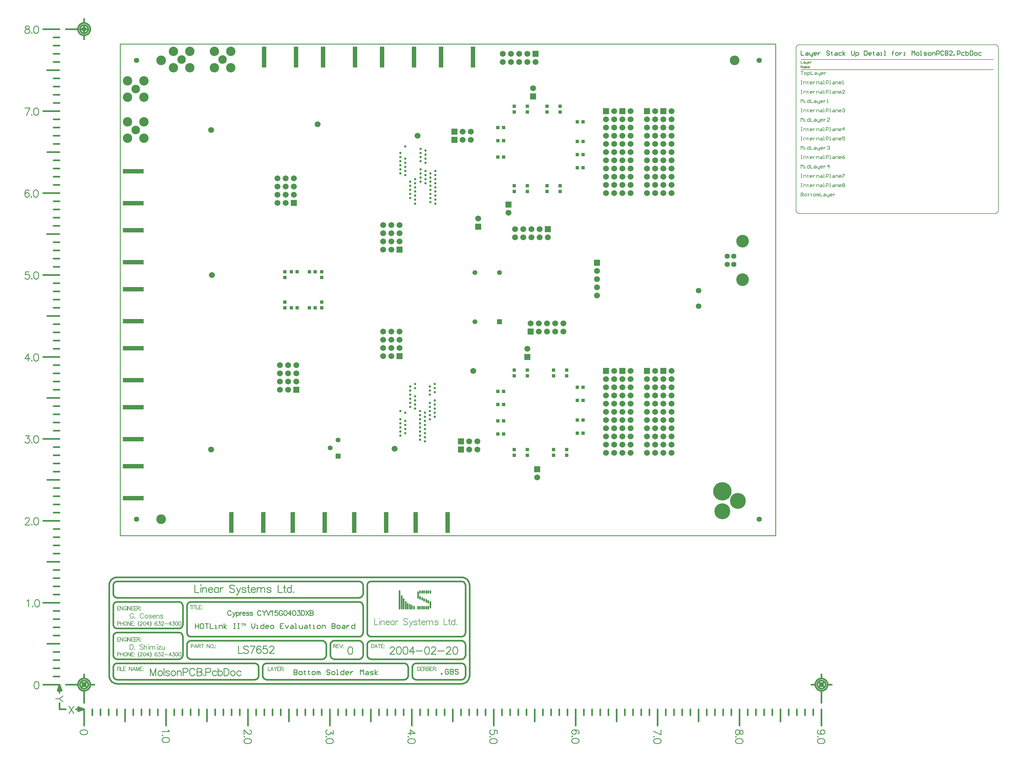
<source format=gbs>
%FSLAX24Y24*%
%MOIN*%
G70*
G01*
G75*
%ADD10C,0.0136*%
%ADD11C,0.0123*%
%ADD12C,0.0050*%
%ADD13C,0.0056*%
%ADD14R,0.0400X0.0400*%
%ADD15C,0.0236*%
%ADD16O,0.0240X0.0800*%
%ADD17C,0.0197*%
%ADD18R,0.0866X0.0157*%
%ADD19R,0.0610X0.0197*%
%ADD20O,0.0800X0.0240*%
%ADD21R,0.0200X0.0500*%
%ADD22R,0.0197X0.0610*%
%ADD23R,0.0500X0.0600*%
%ADD24R,0.0600X0.0500*%
%ADD25R,0.0360X0.0500*%
%ADD26R,0.0500X0.0360*%
%ADD27R,0.0850X0.0420*%
%ADD28R,0.1200X0.0900*%
%ADD29R,0.0197X0.0610*%
%ADD30R,0.4000X0.4100*%
%ADD31R,0.0500X0.1000*%
%ADD32R,0.4100X0.4250*%
%ADD33R,0.0787X0.0472*%
%ADD34R,0.0900X0.1200*%
%ADD35R,0.0472X0.0787*%
%ADD36R,0.0866X0.0157*%
%ADD37R,0.0360X0.0360*%
%ADD38C,0.0394*%
%ADD39R,0.0846X0.0157*%
%ADD40R,0.0846X0.0157*%
%ADD41R,0.0157X0.0669*%
%ADD42R,0.0669X0.0157*%
%ADD43R,0.2500X0.0500*%
%ADD44R,0.2000X0.0500*%
%ADD45R,0.0500X0.2500*%
%ADD46R,0.0500X0.2000*%
%ADD47R,0.0700X0.1100*%
%ADD48R,0.1100X0.0700*%
%ADD49C,0.0120*%
%ADD50C,0.0100*%
%ADD51C,0.0400*%
%ADD52C,0.0700*%
%ADD53C,0.0200*%
%ADD54C,0.0070*%
%ADD55C,0.0216*%
%ADD56C,0.0090*%
%ADD57C,0.0080*%
%ADD58C,0.0240*%
%ADD59C,0.0680*%
%ADD60R,0.0680X0.0680*%
%ADD61C,0.1500*%
%ADD62C,0.0550*%
%ADD63C,0.1000*%
%ADD64C,0.2200*%
%ADD65C,0.0650*%
%ADD66C,0.0600*%
%ADD67C,0.1100*%
%ADD68C,0.1900*%
%ADD69R,0.0550X0.0550*%
%ADD70C,0.0051*%
%ADD71C,0.0079*%
%ADD72C,0.0098*%
%ADD73C,0.0010*%
%ADD74R,0.0440X0.0440*%
%ADD75C,0.0276*%
%ADD76O,0.0280X0.0840*%
%ADD77C,0.0237*%
%ADD78R,0.0906X0.0197*%
%ADD79R,0.0650X0.0237*%
%ADD80O,0.0840X0.0280*%
%ADD81R,0.0240X0.0540*%
%ADD82R,0.0237X0.0650*%
%ADD83R,0.0540X0.0640*%
%ADD84R,0.0640X0.0540*%
%ADD85R,0.0400X0.0540*%
%ADD86R,0.0540X0.0400*%
%ADD87R,0.0890X0.0460*%
%ADD88R,0.1240X0.0940*%
%ADD89R,0.0237X0.0650*%
%ADD90R,0.4040X0.4140*%
%ADD91R,0.0540X0.1040*%
%ADD92R,0.4140X0.4290*%
%ADD93R,0.0827X0.0512*%
%ADD94R,0.0940X0.1240*%
%ADD95R,0.0512X0.0827*%
%ADD96R,0.0906X0.0197*%
%ADD97C,0.1181*%
%ADD98R,0.0886X0.0197*%
%ADD99R,0.0886X0.0197*%
%ADD100R,0.0197X0.0709*%
%ADD101R,0.0709X0.0197*%
%ADD102R,0.2540X0.0540*%
%ADD103R,0.2040X0.0540*%
%ADD104R,0.0540X0.2540*%
%ADD105R,0.0540X0.2040*%
%ADD106R,0.0740X0.1140*%
%ADD107R,0.1140X0.0740*%
%ADD108C,0.0280*%
%ADD109C,0.0720*%
%ADD110R,0.0720X0.0720*%
%ADD111C,0.1540*%
%ADD112C,0.0590*%
%ADD113C,0.1040*%
%ADD114C,0.2240*%
%ADD115C,0.0690*%
%ADD116C,0.0640*%
%ADD117C,0.1140*%
%ADD118C,0.1940*%
%ADD119R,0.0590X0.0590*%
D12*
X103100Y87924D02*
Y87634D01*
X103293D01*
X103438Y87827D02*
X103535D01*
X103583Y87779D01*
Y87634D01*
X103438D01*
X103390Y87682D01*
X103438Y87731D01*
X103583D01*
X103680Y87827D02*
Y87682D01*
X103728Y87634D01*
X103873D01*
Y87586D01*
X103825Y87537D01*
X103776D01*
X103873Y87634D02*
Y87827D01*
X104115Y87634D02*
X104018D01*
X103970Y87682D01*
Y87779D01*
X104018Y87827D01*
X104115D01*
X104163Y87779D01*
Y87731D01*
X103970D01*
X104260Y87827D02*
Y87634D01*
Y87731D01*
X104308Y87779D01*
X104356Y87827D01*
X104405D01*
X103100Y87054D02*
Y87344D01*
X103293Y87054D01*
Y87344D01*
X103438Y87247D02*
X103535D01*
X103583Y87199D01*
Y87054D01*
X103438D01*
X103390Y87102D01*
X103438Y87151D01*
X103583D01*
X103680Y87054D02*
Y87247D01*
X103728D01*
X103776Y87199D01*
Y87054D01*
Y87199D01*
X103825Y87247D01*
X103873Y87199D01*
Y87054D01*
X104115D02*
X104018D01*
X103970Y87102D01*
Y87199D01*
X104018Y87247D01*
X104115D01*
X104163Y87199D01*
Y87151D01*
X103970D01*
X56571Y13843D02*
X56550Y13886D01*
X56507Y13928D01*
X56464Y13950D01*
X56379D01*
X56336Y13928D01*
X56293Y13886D01*
X56271Y13843D01*
X56250Y13779D01*
Y13671D01*
X56271Y13607D01*
X56293Y13564D01*
X56336Y13521D01*
X56379Y13500D01*
X56464D01*
X56507Y13521D01*
X56550Y13564D01*
X56571Y13607D01*
Y13671D01*
X56464D02*
X56571D01*
X56953Y13950D02*
X56674D01*
Y13500D01*
X56953D01*
X56674Y13736D02*
X56846D01*
X57028Y13950D02*
Y13500D01*
Y13950D02*
X57221D01*
X57285Y13928D01*
X57306Y13907D01*
X57328Y13864D01*
Y13821D01*
X57306Y13779D01*
X57285Y13757D01*
X57221Y13736D01*
X57028D01*
X57178D02*
X57328Y13500D01*
X57428Y13950D02*
Y13500D01*
Y13950D02*
X57621D01*
X57685Y13928D01*
X57707Y13907D01*
X57728Y13864D01*
Y13821D01*
X57707Y13779D01*
X57685Y13757D01*
X57621Y13736D01*
X57428D02*
X57621D01*
X57685Y13714D01*
X57707Y13693D01*
X57728Y13650D01*
Y13586D01*
X57707Y13543D01*
X57685Y13521D01*
X57621Y13500D01*
X57428D01*
X58107Y13950D02*
X57829D01*
Y13500D01*
X58107D01*
X57829Y13736D02*
X58000D01*
X58182Y13950D02*
Y13500D01*
Y13950D02*
X58375D01*
X58440Y13928D01*
X58461Y13907D01*
X58482Y13864D01*
Y13821D01*
X58461Y13779D01*
X58440Y13757D01*
X58375Y13736D01*
X58182D01*
X58332D02*
X58482Y13500D01*
X58604Y13800D02*
X58583Y13779D01*
X58604Y13757D01*
X58626Y13779D01*
X58604Y13800D01*
Y13543D02*
X58583Y13521D01*
X58604Y13500D01*
X58626Y13521D01*
X58604Y13543D01*
X19650Y13950D02*
Y13500D01*
Y13950D02*
X19929D01*
X19650Y13736D02*
X19821D01*
X19980Y13950D02*
Y13500D01*
X20074Y13950D02*
Y13500D01*
X20331D01*
X20659Y13950D02*
X20381D01*
Y13500D01*
X20659D01*
X20381Y13736D02*
X20552D01*
X21088Y13950D02*
Y13500D01*
Y13950D02*
X21387Y13500D01*
Y13950D02*
Y13500D01*
X21855D02*
X21683Y13950D01*
X21512Y13500D01*
X21576Y13650D02*
X21790D01*
X21960Y13950D02*
Y13500D01*
Y13950D02*
X22131Y13500D01*
X22302Y13950D02*
X22131Y13500D01*
X22302Y13950D02*
Y13500D01*
X22709Y13950D02*
X22431D01*
Y13500D01*
X22709D01*
X22431Y13736D02*
X22602D01*
X22806Y13800D02*
X22784Y13779D01*
X22806Y13757D01*
X22827Y13779D01*
X22806Y13800D01*
Y13543D02*
X22784Y13521D01*
X22806Y13500D01*
X22827Y13521D01*
X22806Y13543D01*
X19929Y17550D02*
X19650D01*
Y17100D01*
X19929D01*
X19650Y17336D02*
X19821D01*
X20003Y17550D02*
Y17100D01*
Y17550D02*
X20303Y17100D01*
Y17550D02*
Y17100D01*
X20749Y17443D02*
X20728Y17486D01*
X20685Y17528D01*
X20642Y17550D01*
X20556D01*
X20513Y17528D01*
X20471Y17486D01*
X20449Y17443D01*
X20428Y17379D01*
Y17271D01*
X20449Y17207D01*
X20471Y17164D01*
X20513Y17121D01*
X20556Y17100D01*
X20642D01*
X20685Y17121D01*
X20728Y17164D01*
X20749Y17207D01*
Y17271D01*
X20642D02*
X20749D01*
X20852Y17550D02*
Y17100D01*
X20946Y17550D02*
Y17100D01*
Y17550D02*
X21246Y17100D01*
Y17550D02*
Y17100D01*
X21649Y17550D02*
X21370D01*
Y17100D01*
X21649D01*
X21370Y17336D02*
X21542D01*
X22002Y17550D02*
X21724D01*
Y17100D01*
X22002D01*
X21724Y17336D02*
X21895D01*
X22077Y17550D02*
Y17100D01*
Y17550D02*
X22270D01*
X22334Y17528D01*
X22356Y17507D01*
X22377Y17464D01*
Y17421D01*
X22356Y17379D01*
X22334Y17357D01*
X22270Y17336D01*
X22077D01*
X22227D02*
X22377Y17100D01*
X22499Y17400D02*
X22478Y17379D01*
X22499Y17357D01*
X22521Y17379D01*
X22499Y17400D01*
Y17143D02*
X22478Y17121D01*
X22499Y17100D01*
X22521Y17121D01*
X22499Y17143D01*
X28675Y21475D02*
Y21025D01*
X28525Y21475D02*
X28825D01*
X28879D02*
Y21025D01*
X29123Y21475D02*
Y21025D01*
X28973Y21475D02*
X29273D01*
X29326D02*
Y21025D01*
X29583D01*
X29911Y21475D02*
X29633D01*
Y21025D01*
X29911D01*
X29633Y21261D02*
X29804D01*
X30008Y21325D02*
X29986Y21304D01*
X30008Y21282D01*
X30029Y21304D01*
X30008Y21325D01*
Y21068D02*
X29986Y21046D01*
X30008Y21025D01*
X30029Y21046D01*
X30008Y21068D01*
X28650Y16489D02*
X28843D01*
X28907Y16511D01*
X28929Y16532D01*
X28950Y16575D01*
Y16639D01*
X28929Y16682D01*
X28907Y16703D01*
X28843Y16725D01*
X28650D01*
Y16275D01*
X29393D02*
X29222Y16725D01*
X29051Y16275D01*
X29115Y16425D02*
X29329D01*
X29498Y16725D02*
Y16275D01*
Y16725D02*
X29691D01*
X29755Y16703D01*
X29777Y16682D01*
X29798Y16639D01*
Y16596D01*
X29777Y16554D01*
X29755Y16532D01*
X29691Y16511D01*
X29498D01*
X29648D02*
X29798Y16275D01*
X30049Y16725D02*
Y16275D01*
X29899Y16725D02*
X30199D01*
X30606D02*
Y16275D01*
Y16725D02*
X30906Y16275D01*
Y16725D02*
Y16275D01*
X31159Y16725D02*
X31116Y16703D01*
X31073Y16661D01*
X31052Y16618D01*
X31030Y16554D01*
Y16446D01*
X31052Y16382D01*
X31073Y16339D01*
X31116Y16296D01*
X31159Y16275D01*
X31244D01*
X31287Y16296D01*
X31330Y16339D01*
X31352Y16382D01*
X31373Y16446D01*
Y16554D01*
X31352Y16618D01*
X31330Y16661D01*
X31287Y16703D01*
X31244Y16725D01*
X31159D01*
X31499Y16318D02*
X31478Y16296D01*
X31499Y16275D01*
X31521Y16296D01*
X31499Y16318D01*
X31641Y16575D02*
X31619Y16554D01*
X31641Y16532D01*
X31662Y16554D01*
X31641Y16575D01*
Y16318D02*
X31619Y16296D01*
X31641Y16275D01*
X31662Y16296D01*
X31641Y16318D01*
X19929Y21350D02*
X19650D01*
Y20900D01*
X19929D01*
X19650Y21136D02*
X19821D01*
X20003Y21350D02*
Y20900D01*
Y21350D02*
X20303Y20900D01*
Y21350D02*
Y20900D01*
X20749Y21243D02*
X20728Y21286D01*
X20685Y21328D01*
X20642Y21350D01*
X20556D01*
X20513Y21328D01*
X20471Y21286D01*
X20449Y21243D01*
X20428Y21179D01*
Y21071D01*
X20449Y21007D01*
X20471Y20964D01*
X20513Y20921D01*
X20556Y20900D01*
X20642D01*
X20685Y20921D01*
X20728Y20964D01*
X20749Y21007D01*
Y21071D01*
X20642D02*
X20749D01*
X20852Y21350D02*
Y20900D01*
X20946Y21350D02*
Y20900D01*
Y21350D02*
X21246Y20900D01*
Y21350D02*
Y20900D01*
X21649Y21350D02*
X21370D01*
Y20900D01*
X21649D01*
X21370Y21136D02*
X21542D01*
X22002Y21350D02*
X21724D01*
Y20900D01*
X22002D01*
X21724Y21136D02*
X21895D01*
X22077Y21350D02*
Y20900D01*
Y21350D02*
X22270D01*
X22334Y21328D01*
X22356Y21307D01*
X22377Y21264D01*
Y21221D01*
X22356Y21179D01*
X22334Y21157D01*
X22270Y21136D01*
X22077D01*
X22227D02*
X22377Y20900D01*
X22499Y21200D02*
X22478Y21179D01*
X22499Y21157D01*
X22521Y21179D01*
X22499Y21200D01*
Y20943D02*
X22478Y20921D01*
X22499Y20900D01*
X22521Y20921D01*
X22499Y20943D01*
X38050Y13950D02*
Y13500D01*
X38307D01*
X38699D02*
X38528Y13950D01*
X38356Y13500D01*
X38421Y13650D02*
X38635D01*
X38804Y13950D02*
X38976Y13736D01*
Y13500D01*
X39147Y13950D02*
X38976Y13736D01*
X39483Y13950D02*
X39205D01*
Y13500D01*
X39483D01*
X39205Y13736D02*
X39376D01*
X39558Y13950D02*
Y13500D01*
Y13950D02*
X39751D01*
X39815Y13928D01*
X39837Y13907D01*
X39858Y13864D01*
Y13821D01*
X39837Y13779D01*
X39815Y13757D01*
X39751Y13736D01*
X39558D01*
X39708D02*
X39858Y13500D01*
X39980Y13800D02*
X39959Y13779D01*
X39980Y13757D01*
X40002Y13779D01*
X39980Y13800D01*
Y13543D02*
X39959Y13521D01*
X39980Y13500D01*
X40002Y13521D01*
X39980Y13543D01*
X19650Y15489D02*
X19843D01*
X19907Y15511D01*
X19929Y15532D01*
X19950Y15575D01*
Y15639D01*
X19929Y15682D01*
X19907Y15703D01*
X19843Y15725D01*
X19650D01*
Y15275D01*
X20051Y15725D02*
Y15275D01*
X20351Y15725D02*
Y15275D01*
X20051Y15511D02*
X20351D01*
X20603Y15725D02*
X20561Y15703D01*
X20518Y15661D01*
X20496Y15618D01*
X20475Y15554D01*
Y15446D01*
X20496Y15382D01*
X20518Y15339D01*
X20561Y15296D01*
X20603Y15275D01*
X20689D01*
X20732Y15296D01*
X20775Y15339D01*
X20796Y15382D01*
X20818Y15446D01*
Y15554D01*
X20796Y15618D01*
X20775Y15661D01*
X20732Y15703D01*
X20689Y15725D01*
X20603D01*
X20923D02*
Y15275D01*
Y15725D02*
X21223Y15275D01*
Y15725D02*
Y15275D01*
X21625Y15725D02*
X21347D01*
Y15275D01*
X21625D01*
X21347Y15511D02*
X21518D01*
X21722Y15575D02*
X21700Y15554D01*
X21722Y15532D01*
X21743Y15554D01*
X21722Y15575D01*
Y15318D02*
X21700Y15296D01*
X21722Y15275D01*
X21743Y15296D01*
X21722Y15318D01*
X22345Y15811D02*
X22302Y15768D01*
X22259Y15703D01*
X22217Y15618D01*
X22195Y15511D01*
Y15425D01*
X22217Y15318D01*
X22259Y15232D01*
X22302Y15168D01*
X22345Y15125D01*
X22302Y15768D02*
X22259Y15682D01*
X22238Y15618D01*
X22217Y15511D01*
Y15425D01*
X22238Y15318D01*
X22259Y15254D01*
X22302Y15168D01*
X22452Y15618D02*
Y15639D01*
X22474Y15682D01*
X22495Y15703D01*
X22538Y15725D01*
X22624D01*
X22666Y15703D01*
X22688Y15682D01*
X22709Y15639D01*
Y15596D01*
X22688Y15554D01*
X22645Y15489D01*
X22431Y15275D01*
X22731D01*
X22960Y15725D02*
X22896Y15703D01*
X22853Y15639D01*
X22831Y15532D01*
Y15468D01*
X22853Y15361D01*
X22896Y15296D01*
X22960Y15275D01*
X23003D01*
X23067Y15296D01*
X23110Y15361D01*
X23131Y15468D01*
Y15532D01*
X23110Y15639D01*
X23067Y15703D01*
X23003Y15725D01*
X22960D01*
X23446D02*
X23232Y15425D01*
X23553D01*
X23446Y15725D02*
Y15275D01*
X23633Y15811D02*
X23676Y15768D01*
X23718Y15703D01*
X23761Y15618D01*
X23783Y15511D01*
Y15425D01*
X23761Y15318D01*
X23718Y15232D01*
X23676Y15168D01*
X23633Y15125D01*
X23676Y15768D02*
X23718Y15682D01*
X23740Y15618D01*
X23761Y15511D01*
Y15425D01*
X23740Y15318D01*
X23718Y15254D01*
X23676Y15168D01*
X24503Y15661D02*
X24481Y15703D01*
X24417Y15725D01*
X24374D01*
X24310Y15703D01*
X24267Y15639D01*
X24245Y15532D01*
Y15425D01*
X24267Y15339D01*
X24310Y15296D01*
X24374Y15275D01*
X24395D01*
X24460Y15296D01*
X24503Y15339D01*
X24524Y15404D01*
Y15425D01*
X24503Y15489D01*
X24460Y15532D01*
X24395Y15554D01*
X24374D01*
X24310Y15532D01*
X24267Y15489D01*
X24245Y15425D01*
X24665Y15725D02*
X24901D01*
X24772Y15554D01*
X24837D01*
X24880Y15532D01*
X24901Y15511D01*
X24922Y15446D01*
Y15404D01*
X24901Y15339D01*
X24858Y15296D01*
X24794Y15275D01*
X24730D01*
X24665Y15296D01*
X24644Y15318D01*
X24623Y15361D01*
X25045Y15618D02*
Y15639D01*
X25066Y15682D01*
X25087Y15703D01*
X25130Y15725D01*
X25216D01*
X25259Y15703D01*
X25280Y15682D01*
X25302Y15639D01*
Y15596D01*
X25280Y15554D01*
X25237Y15489D01*
X25023Y15275D01*
X25323D01*
X25424Y15468D02*
X25809D01*
X26156Y15725D02*
X25942Y15425D01*
X26264D01*
X26156Y15725D02*
Y15275D01*
X26386Y15725D02*
X26621D01*
X26493Y15554D01*
X26557D01*
X26600Y15532D01*
X26621Y15511D01*
X26643Y15446D01*
Y15404D01*
X26621Y15339D01*
X26579Y15296D01*
X26514Y15275D01*
X26450D01*
X26386Y15296D01*
X26364Y15318D01*
X26343Y15361D01*
X26872Y15725D02*
X26808Y15703D01*
X26765Y15639D01*
X26743Y15532D01*
Y15468D01*
X26765Y15361D01*
X26808Y15296D01*
X26872Y15275D01*
X26915D01*
X26979Y15296D01*
X27022Y15361D01*
X27043Y15468D01*
Y15532D01*
X27022Y15639D01*
X26979Y15703D01*
X26915Y15725D01*
X26872D01*
X27273D02*
X27208Y15703D01*
X27166Y15639D01*
X27144Y15532D01*
Y15468D01*
X27166Y15361D01*
X27208Y15296D01*
X27273Y15275D01*
X27315D01*
X27380Y15296D01*
X27423Y15361D01*
X27444Y15468D01*
Y15532D01*
X27423Y15639D01*
X27380Y15703D01*
X27315Y15725D01*
X27273D01*
X19650Y19239D02*
X19843D01*
X19907Y19261D01*
X19929Y19282D01*
X19950Y19325D01*
Y19389D01*
X19929Y19432D01*
X19907Y19453D01*
X19843Y19475D01*
X19650D01*
Y19025D01*
X20051Y19475D02*
Y19025D01*
X20351Y19475D02*
Y19025D01*
X20051Y19261D02*
X20351D01*
X20603Y19475D02*
X20561Y19453D01*
X20518Y19411D01*
X20496Y19368D01*
X20475Y19304D01*
Y19196D01*
X20496Y19132D01*
X20518Y19089D01*
X20561Y19046D01*
X20603Y19025D01*
X20689D01*
X20732Y19046D01*
X20775Y19089D01*
X20796Y19132D01*
X20818Y19196D01*
Y19304D01*
X20796Y19368D01*
X20775Y19411D01*
X20732Y19453D01*
X20689Y19475D01*
X20603D01*
X20923D02*
Y19025D01*
Y19475D02*
X21223Y19025D01*
Y19475D02*
Y19025D01*
X21625Y19475D02*
X21347D01*
Y19025D01*
X21625D01*
X21347Y19261D02*
X21518D01*
X21722Y19325D02*
X21700Y19304D01*
X21722Y19282D01*
X21743Y19304D01*
X21722Y19325D01*
Y19068D02*
X21700Y19046D01*
X21722Y19025D01*
X21743Y19046D01*
X21722Y19068D01*
X22345Y19561D02*
X22302Y19518D01*
X22259Y19453D01*
X22217Y19368D01*
X22195Y19261D01*
Y19175D01*
X22217Y19068D01*
X22259Y18982D01*
X22302Y18918D01*
X22345Y18875D01*
X22302Y19518D02*
X22259Y19432D01*
X22238Y19368D01*
X22217Y19261D01*
Y19175D01*
X22238Y19068D01*
X22259Y19004D01*
X22302Y18918D01*
X22452Y19368D02*
Y19389D01*
X22474Y19432D01*
X22495Y19453D01*
X22538Y19475D01*
X22624D01*
X22666Y19453D01*
X22688Y19432D01*
X22709Y19389D01*
Y19346D01*
X22688Y19304D01*
X22645Y19239D01*
X22431Y19025D01*
X22731D01*
X22960Y19475D02*
X22896Y19453D01*
X22853Y19389D01*
X22831Y19282D01*
Y19218D01*
X22853Y19111D01*
X22896Y19046D01*
X22960Y19025D01*
X23003D01*
X23067Y19046D01*
X23110Y19111D01*
X23131Y19218D01*
Y19282D01*
X23110Y19389D01*
X23067Y19453D01*
X23003Y19475D01*
X22960D01*
X23446D02*
X23232Y19175D01*
X23553D01*
X23446Y19475D02*
Y19025D01*
X23633Y19561D02*
X23676Y19518D01*
X23718Y19453D01*
X23761Y19368D01*
X23783Y19261D01*
Y19175D01*
X23761Y19068D01*
X23718Y18982D01*
X23676Y18918D01*
X23633Y18875D01*
X23676Y19518D02*
X23718Y19432D01*
X23740Y19368D01*
X23761Y19261D01*
Y19175D01*
X23740Y19068D01*
X23718Y19004D01*
X23676Y18918D01*
X24503Y19411D02*
X24481Y19453D01*
X24417Y19475D01*
X24374D01*
X24310Y19453D01*
X24267Y19389D01*
X24245Y19282D01*
Y19175D01*
X24267Y19089D01*
X24310Y19046D01*
X24374Y19025D01*
X24395D01*
X24460Y19046D01*
X24503Y19089D01*
X24524Y19154D01*
Y19175D01*
X24503Y19239D01*
X24460Y19282D01*
X24395Y19304D01*
X24374D01*
X24310Y19282D01*
X24267Y19239D01*
X24245Y19175D01*
X24665Y19475D02*
X24901D01*
X24772Y19304D01*
X24837D01*
X24880Y19282D01*
X24901Y19261D01*
X24922Y19196D01*
Y19154D01*
X24901Y19089D01*
X24858Y19046D01*
X24794Y19025D01*
X24730D01*
X24665Y19046D01*
X24644Y19068D01*
X24623Y19111D01*
X25045Y19368D02*
Y19389D01*
X25066Y19432D01*
X25087Y19453D01*
X25130Y19475D01*
X25216D01*
X25259Y19453D01*
X25280Y19432D01*
X25302Y19389D01*
Y19346D01*
X25280Y19304D01*
X25237Y19239D01*
X25023Y19025D01*
X25323D01*
X25424Y19218D02*
X25809D01*
X26156Y19475D02*
X25942Y19175D01*
X26264D01*
X26156Y19475D02*
Y19025D01*
X26386Y19475D02*
X26621D01*
X26493Y19304D01*
X26557D01*
X26600Y19282D01*
X26621Y19261D01*
X26643Y19196D01*
Y19154D01*
X26621Y19089D01*
X26579Y19046D01*
X26514Y19025D01*
X26450D01*
X26386Y19046D01*
X26364Y19068D01*
X26343Y19111D01*
X26872Y19475D02*
X26808Y19453D01*
X26765Y19389D01*
X26743Y19282D01*
Y19218D01*
X26765Y19111D01*
X26808Y19046D01*
X26872Y19025D01*
X26915D01*
X26979Y19046D01*
X27022Y19111D01*
X27043Y19218D01*
Y19282D01*
X27022Y19389D01*
X26979Y19453D01*
X26915Y19475D01*
X26872D01*
X27273D02*
X27208Y19453D01*
X27166Y19389D01*
X27144Y19282D01*
Y19218D01*
X27166Y19111D01*
X27208Y19046D01*
X27273Y19025D01*
X27315D01*
X27380Y19046D01*
X27423Y19111D01*
X27444Y19218D01*
Y19282D01*
X27423Y19389D01*
X27380Y19453D01*
X27315Y19475D01*
X27273D01*
X46025Y16725D02*
Y16275D01*
Y16725D02*
X46218D01*
X46282Y16703D01*
X46304Y16682D01*
X46325Y16639D01*
Y16596D01*
X46304Y16554D01*
X46282Y16532D01*
X46218Y16511D01*
X46025D01*
X46175D02*
X46325Y16275D01*
X46704Y16725D02*
X46426D01*
Y16275D01*
X46704D01*
X46426Y16511D02*
X46597D01*
X46779Y16725D02*
X46951Y16275D01*
X47122Y16725D02*
X46951Y16275D01*
X47201Y16575D02*
X47180Y16554D01*
X47201Y16532D01*
X47223Y16554D01*
X47201Y16575D01*
Y16318D02*
X47180Y16296D01*
X47201Y16275D01*
X47223Y16296D01*
X47201Y16318D01*
X50650Y16725D02*
Y16275D01*
Y16725D02*
X50800D01*
X50864Y16703D01*
X50907Y16661D01*
X50929Y16618D01*
X50950Y16554D01*
Y16446D01*
X50929Y16382D01*
X50907Y16339D01*
X50864Y16296D01*
X50800Y16275D01*
X50650D01*
X51393D02*
X51222Y16725D01*
X51051Y16275D01*
X51115Y16425D02*
X51329D01*
X51648Y16725D02*
Y16275D01*
X51498Y16725D02*
X51798D01*
X52130D02*
X51852D01*
Y16275D01*
X52130D01*
X51852Y16511D02*
X52023D01*
X52227Y16575D02*
X52205Y16554D01*
X52227Y16532D01*
X52248Y16554D01*
X52227Y16575D01*
Y16318D02*
X52205Y16296D01*
X52227Y16275D01*
X52248Y16296D01*
X52227Y16318D01*
X34800Y19250D02*
X35000D01*
X34900D01*
Y18950D01*
X35100D02*
Y19250D01*
X35200Y19150D01*
X35300Y19250D01*
Y18950D01*
D50*
X41210Y13620D02*
Y13020D01*
X41510D01*
X41610Y13120D01*
Y13220D01*
X41510Y13320D01*
X41210D01*
X41510D01*
X41610Y13420D01*
Y13520D01*
X41510Y13620D01*
X41210D01*
X41910Y13020D02*
X42110D01*
X42210Y13120D01*
Y13320D01*
X42110Y13420D01*
X41910D01*
X41810Y13320D01*
Y13120D01*
X41910Y13020D01*
X42510Y13520D02*
Y13420D01*
X42410D01*
X42610D01*
X42510D01*
Y13120D01*
X42610Y13020D01*
X43009Y13520D02*
Y13420D01*
X42909D01*
X43109D01*
X43009D01*
Y13120D01*
X43109Y13020D01*
X43509D02*
X43709D01*
X43809Y13120D01*
Y13320D01*
X43709Y13420D01*
X43509D01*
X43409Y13320D01*
Y13120D01*
X43509Y13020D01*
X44009D02*
Y13420D01*
X44109D01*
X44209Y13320D01*
Y13020D01*
Y13320D01*
X44309Y13420D01*
X44409Y13320D01*
Y13020D01*
X45609Y13520D02*
X45509Y13620D01*
X45309D01*
X45209Y13520D01*
Y13420D01*
X45309Y13320D01*
X45509D01*
X45609Y13220D01*
Y13120D01*
X45509Y13020D01*
X45309D01*
X45209Y13120D01*
X45908Y13020D02*
X46108D01*
X46208Y13120D01*
Y13320D01*
X46108Y13420D01*
X45908D01*
X45809Y13320D01*
Y13120D01*
X45908Y13020D01*
X46408D02*
X46608D01*
X46508D01*
Y13620D01*
X46408D01*
X47308D02*
Y13020D01*
X47008D01*
X46908Y13120D01*
Y13320D01*
X47008Y13420D01*
X47308D01*
X47808Y13020D02*
X47608D01*
X47508Y13120D01*
Y13320D01*
X47608Y13420D01*
X47808D01*
X47908Y13320D01*
Y13220D01*
X47508D01*
X48108Y13420D02*
Y13020D01*
Y13220D01*
X48208Y13320D01*
X48308Y13420D01*
X48408D01*
X49307Y13020D02*
Y13620D01*
X49507Y13420D01*
X49707Y13620D01*
Y13020D01*
X50007Y13420D02*
X50207D01*
X50307Y13320D01*
Y13020D01*
X50007D01*
X49907Y13120D01*
X50007Y13220D01*
X50307D01*
X50507Y13020D02*
X50807D01*
X50907Y13120D01*
X50807Y13220D01*
X50607D01*
X50507Y13320D01*
X50607Y13420D01*
X50907D01*
X51107Y13020D02*
Y13620D01*
Y13220D02*
X51407Y13420D01*
X51107Y13220D02*
X51407Y13020D01*
X59150Y13100D02*
Y13200D01*
X59250D01*
Y13100D01*
X59150D01*
X60050Y13600D02*
X59950Y13700D01*
X59750D01*
X59650Y13600D01*
Y13200D01*
X59750Y13100D01*
X59950D01*
X60050Y13200D01*
Y13400D01*
X59850D01*
X60250Y13700D02*
Y13100D01*
X60550D01*
X60650Y13200D01*
Y13300D01*
X60550Y13400D01*
X60250D01*
X60550D01*
X60650Y13500D01*
Y13600D01*
X60550Y13700D01*
X60250D01*
X61249Y13600D02*
X61149Y13700D01*
X60949D01*
X60849Y13600D01*
Y13500D01*
X60949Y13400D01*
X61149D01*
X61249Y13300D01*
Y13200D01*
X61149Y13100D01*
X60949D01*
X60849Y13200D01*
X100000Y30000D02*
Y90000D01*
X20000D02*
X100000D01*
X20000Y30000D02*
X100000D01*
X20000D02*
Y90000D01*
X29150Y19250D02*
Y18650D01*
Y18950D01*
X29550D01*
Y19250D01*
Y18650D01*
X30050Y19250D02*
X29850D01*
X29750Y19150D01*
Y18750D01*
X29850Y18650D01*
X30050D01*
X30150Y18750D01*
Y19150D01*
X30050Y19250D01*
X30350D02*
X30749D01*
X30550D01*
Y18650D01*
X30949Y19250D02*
Y18650D01*
X31349D01*
X31549D02*
X31749D01*
X31649D01*
Y19050D01*
X31549D01*
X32049Y18650D02*
Y19050D01*
X32349D01*
X32449Y18950D01*
Y18650D01*
X32649D02*
Y19250D01*
Y18850D02*
X32949Y19050D01*
X32649Y18850D02*
X32949Y18650D01*
X33848Y19250D02*
X34048D01*
X33948D01*
Y18650D01*
X33848D01*
X34048D01*
X34348Y19250D02*
X34548D01*
X34448D01*
Y18650D01*
X34348D01*
X34548D01*
X36048Y19250D02*
Y18850D01*
X36248Y18650D01*
X36448Y18850D01*
Y19250D01*
X36648Y18650D02*
X36848D01*
X36748D01*
Y19050D01*
X36648D01*
X37547Y19250D02*
Y18650D01*
X37247D01*
X37147Y18750D01*
Y18950D01*
X37247Y19050D01*
X37547D01*
X38047Y18650D02*
X37847D01*
X37747Y18750D01*
Y18950D01*
X37847Y19050D01*
X38047D01*
X38147Y18950D01*
Y18850D01*
X37747D01*
X38447Y18650D02*
X38647D01*
X38747Y18750D01*
Y18950D01*
X38647Y19050D01*
X38447D01*
X38347Y18950D01*
Y18750D01*
X38447Y18650D01*
X39947Y19250D02*
X39547D01*
Y18650D01*
X39947D01*
X39547Y18950D02*
X39747D01*
X40146Y19050D02*
X40346Y18650D01*
X40546Y19050D01*
X40846D02*
X41046D01*
X41146Y18950D01*
Y18650D01*
X40846D01*
X40746Y18750D01*
X40846Y18850D01*
X41146D01*
X41346Y18650D02*
X41546D01*
X41446D01*
Y19250D01*
X41346D01*
X41846Y19050D02*
Y18750D01*
X41946Y18650D01*
X42246D01*
Y19050D01*
X42546D02*
X42746D01*
X42846Y18950D01*
Y18650D01*
X42546D01*
X42446Y18750D01*
X42546Y18850D01*
X42846D01*
X43145Y19150D02*
Y19050D01*
X43046D01*
X43245D01*
X43145D01*
Y18750D01*
X43245Y18650D01*
X43545D02*
X43745D01*
X43645D01*
Y19050D01*
X43545D01*
X44145Y18650D02*
X44345D01*
X44445Y18750D01*
Y18950D01*
X44345Y19050D01*
X44145D01*
X44045Y18950D01*
Y18750D01*
X44145Y18650D01*
X44645D02*
Y19050D01*
X44945D01*
X45045Y18950D01*
Y18650D01*
X45845Y19250D02*
Y18650D01*
X46144D01*
X46244Y18750D01*
Y18850D01*
X46144Y18950D01*
X45845D01*
X46144D01*
X46244Y19050D01*
Y19150D01*
X46144Y19250D01*
X45845D01*
X46544Y18650D02*
X46744D01*
X46844Y18750D01*
Y18950D01*
X46744Y19050D01*
X46544D01*
X46444Y18950D01*
Y18750D01*
X46544Y18650D01*
X47144Y19050D02*
X47344D01*
X47444Y18950D01*
Y18650D01*
X47144D01*
X47044Y18750D01*
X47144Y18850D01*
X47444D01*
X47644Y19050D02*
Y18650D01*
Y18850D01*
X47744Y18950D01*
X47844Y19050D01*
X47944D01*
X48644Y19250D02*
Y18650D01*
X48344D01*
X48244Y18750D01*
Y18950D01*
X48344Y19050D01*
X48644D01*
D54*
X126790Y69300D02*
X126896Y69314D01*
X126995Y69355D01*
X127080Y69420D01*
X127145Y69505D01*
X127186Y69604D01*
X127200Y69710D01*
X102500D02*
X102514Y69604D01*
X102555Y69505D01*
X102620Y69420D01*
X102705Y69355D01*
X102804Y69314D01*
X102910Y69300D01*
Y89900D02*
X102804Y89886D01*
X102705Y89845D01*
X102620Y89780D01*
X102555Y89695D01*
X102514Y89596D01*
X102500Y89490D01*
X127200D02*
X127186Y89596D01*
X127145Y89695D01*
X127080Y89780D01*
X126995Y89845D01*
X126896Y89886D01*
X126790Y89900D01*
X102910D02*
X126790D01*
X102910Y69300D02*
X126790D01*
X102500Y69710D02*
Y89490D01*
X127200Y69710D02*
Y89490D01*
X103100Y88104D02*
X126600D01*
X103100Y86845D02*
X126600D01*
X103100Y86650D02*
X103373D01*
X103237D01*
Y86240D01*
X103578D02*
X103715D01*
X103783Y86308D01*
Y86445D01*
X103715Y86513D01*
X103578D01*
X103510Y86445D01*
Y86308D01*
X103578Y86240D01*
X103920Y86103D02*
Y86513D01*
X104125D01*
X104193Y86445D01*
Y86308D01*
X104125Y86240D01*
X103920D01*
X104330Y86650D02*
Y86240D01*
X104603D01*
X104808Y86513D02*
X104944D01*
X105013Y86445D01*
Y86240D01*
X104808D01*
X104739Y86308D01*
X104808Y86376D01*
X105013D01*
X105149Y86513D02*
Y86308D01*
X105218Y86240D01*
X105423D01*
Y86172D01*
X105354Y86103D01*
X105286D01*
X105423Y86240D02*
Y86513D01*
X105764Y86240D02*
X105628D01*
X105559Y86308D01*
Y86445D01*
X105628Y86513D01*
X105764D01*
X105832Y86445D01*
Y86376D01*
X105559D01*
X105969Y86513D02*
Y86240D01*
Y86376D01*
X106037Y86445D01*
X106106Y86513D01*
X106174D01*
X103100Y85509D02*
X103237D01*
X103168D01*
Y85099D01*
X103100D01*
X103237D01*
X103442D02*
Y85373D01*
X103646D01*
X103715Y85304D01*
Y85099D01*
X103920Y85441D02*
Y85373D01*
X103851D01*
X103988D01*
X103920D01*
Y85168D01*
X103988Y85099D01*
X104398D02*
X104261D01*
X104193Y85168D01*
Y85304D01*
X104261Y85373D01*
X104398D01*
X104466Y85304D01*
Y85236D01*
X104193D01*
X104603Y85373D02*
Y85099D01*
Y85236D01*
X104671Y85304D01*
X104739Y85373D01*
X104808D01*
X105013Y85099D02*
Y85373D01*
X105218D01*
X105286Y85304D01*
Y85099D01*
X105491Y85373D02*
X105628D01*
X105696Y85304D01*
Y85099D01*
X105491D01*
X105423Y85168D01*
X105491Y85236D01*
X105696D01*
X105832Y85099D02*
X105969D01*
X105901D01*
Y85509D01*
X105832D01*
X106174Y85099D02*
Y85509D01*
X106379D01*
X106447Y85441D01*
Y85304D01*
X106379Y85236D01*
X106174D01*
X106584Y85099D02*
X106720D01*
X106652D01*
Y85509D01*
X106584D01*
X106994Y85373D02*
X107130D01*
X107199Y85304D01*
Y85099D01*
X106994D01*
X106925Y85168D01*
X106994Y85236D01*
X107199D01*
X107335Y85099D02*
Y85373D01*
X107540D01*
X107609Y85304D01*
Y85099D01*
X107950D02*
X107813D01*
X107745Y85168D01*
Y85304D01*
X107813Y85373D01*
X107950D01*
X108018Y85304D01*
Y85236D01*
X107745D01*
X108155Y85099D02*
X108292D01*
X108223D01*
Y85509D01*
X108155Y85441D01*
X103100Y84369D02*
X103237D01*
X103168D01*
Y83959D01*
X103100D01*
X103237D01*
X103442D02*
Y84232D01*
X103646D01*
X103715Y84164D01*
Y83959D01*
X103920Y84301D02*
Y84232D01*
X103851D01*
X103988D01*
X103920D01*
Y84027D01*
X103988Y83959D01*
X104398D02*
X104261D01*
X104193Y84027D01*
Y84164D01*
X104261Y84232D01*
X104398D01*
X104466Y84164D01*
Y84096D01*
X104193D01*
X104603Y84232D02*
Y83959D01*
Y84096D01*
X104671Y84164D01*
X104739Y84232D01*
X104808D01*
X105013Y83959D02*
Y84232D01*
X105218D01*
X105286Y84164D01*
Y83959D01*
X105491Y84232D02*
X105628D01*
X105696Y84164D01*
Y83959D01*
X105491D01*
X105423Y84027D01*
X105491Y84096D01*
X105696D01*
X105832Y83959D02*
X105969D01*
X105901D01*
Y84369D01*
X105832D01*
X106174Y83959D02*
Y84369D01*
X106379D01*
X106447Y84301D01*
Y84164D01*
X106379Y84096D01*
X106174D01*
X106584Y83959D02*
X106720D01*
X106652D01*
Y84369D01*
X106584D01*
X106994Y84232D02*
X107130D01*
X107199Y84164D01*
Y83959D01*
X106994D01*
X106925Y84027D01*
X106994Y84096D01*
X107199D01*
X107335Y83959D02*
Y84232D01*
X107540D01*
X107609Y84164D01*
Y83959D01*
X107950D02*
X107813D01*
X107745Y84027D01*
Y84164D01*
X107813Y84232D01*
X107950D01*
X108018Y84164D01*
Y84096D01*
X107745D01*
X108428Y83959D02*
X108155D01*
X108428Y84232D01*
Y84301D01*
X108360Y84369D01*
X108223D01*
X108155Y84301D01*
X103100Y82819D02*
Y83229D01*
X103237Y83092D01*
X103373Y83229D01*
Y82819D01*
X103510D02*
X103646D01*
X103578D01*
Y83092D01*
X103510D01*
X104125Y83229D02*
Y82819D01*
X103920D01*
X103851Y82887D01*
Y83024D01*
X103920Y83092D01*
X104125D01*
X104261Y83229D02*
Y82819D01*
X104535D01*
X104739Y83092D02*
X104876D01*
X104944Y83024D01*
Y82819D01*
X104739D01*
X104671Y82887D01*
X104739Y82955D01*
X104944D01*
X105081Y83092D02*
Y82887D01*
X105149Y82819D01*
X105354D01*
Y82750D01*
X105286Y82682D01*
X105218D01*
X105354Y82819D02*
Y83092D01*
X105696Y82819D02*
X105559D01*
X105491Y82887D01*
Y83024D01*
X105559Y83092D01*
X105696D01*
X105764Y83024D01*
Y82955D01*
X105491D01*
X105901Y83092D02*
Y82819D01*
Y82955D01*
X105969Y83024D01*
X106037Y83092D01*
X106106D01*
X106311Y82819D02*
X106447D01*
X106379D01*
Y83229D01*
X106311Y83160D01*
X103100Y82088D02*
X103237D01*
X103168D01*
Y81678D01*
X103100D01*
X103237D01*
X103442D02*
Y81952D01*
X103646D01*
X103715Y81883D01*
Y81678D01*
X103920Y82020D02*
Y81952D01*
X103851D01*
X103988D01*
X103920D01*
Y81747D01*
X103988Y81678D01*
X104398D02*
X104261D01*
X104193Y81747D01*
Y81883D01*
X104261Y81952D01*
X104398D01*
X104466Y81883D01*
Y81815D01*
X104193D01*
X104603Y81952D02*
Y81678D01*
Y81815D01*
X104671Y81883D01*
X104739Y81952D01*
X104808D01*
X105013Y81678D02*
Y81952D01*
X105218D01*
X105286Y81883D01*
Y81678D01*
X105491Y81952D02*
X105628D01*
X105696Y81883D01*
Y81678D01*
X105491D01*
X105423Y81747D01*
X105491Y81815D01*
X105696D01*
X105832Y81678D02*
X105969D01*
X105901D01*
Y82088D01*
X105832D01*
X106174Y81678D02*
Y82088D01*
X106379D01*
X106447Y82020D01*
Y81883D01*
X106379Y81815D01*
X106174D01*
X106584Y81678D02*
X106720D01*
X106652D01*
Y82088D01*
X106584D01*
X106994Y81952D02*
X107130D01*
X107199Y81883D01*
Y81678D01*
X106994D01*
X106925Y81747D01*
X106994Y81815D01*
X107199D01*
X107335Y81678D02*
Y81952D01*
X107540D01*
X107609Y81883D01*
Y81678D01*
X107950D02*
X107813D01*
X107745Y81747D01*
Y81883D01*
X107813Y81952D01*
X107950D01*
X108018Y81883D01*
Y81815D01*
X107745D01*
X108155Y82020D02*
X108223Y82088D01*
X108360D01*
X108428Y82020D01*
Y81952D01*
X108360Y81883D01*
X108292D01*
X108360D01*
X108428Y81815D01*
Y81747D01*
X108360Y81678D01*
X108223D01*
X108155Y81747D01*
X103100Y80538D02*
Y80948D01*
X103237Y80811D01*
X103373Y80948D01*
Y80538D01*
X103510D02*
X103646D01*
X103578D01*
Y80811D01*
X103510D01*
X104125Y80948D02*
Y80538D01*
X103920D01*
X103851Y80606D01*
Y80743D01*
X103920Y80811D01*
X104125D01*
X104261Y80948D02*
Y80538D01*
X104535D01*
X104739Y80811D02*
X104876D01*
X104944Y80743D01*
Y80538D01*
X104739D01*
X104671Y80606D01*
X104739Y80675D01*
X104944D01*
X105081Y80811D02*
Y80606D01*
X105149Y80538D01*
X105354D01*
Y80470D01*
X105286Y80401D01*
X105218D01*
X105354Y80538D02*
Y80811D01*
X105696Y80538D02*
X105559D01*
X105491Y80606D01*
Y80743D01*
X105559Y80811D01*
X105696D01*
X105764Y80743D01*
Y80675D01*
X105491D01*
X105901Y80811D02*
Y80538D01*
Y80675D01*
X105969Y80743D01*
X106037Y80811D01*
X106106D01*
X106584Y80538D02*
X106311D01*
X106584Y80811D01*
Y80880D01*
X106516Y80948D01*
X106379D01*
X106311Y80880D01*
X103100Y79808D02*
X103237D01*
X103168D01*
Y79398D01*
X103100D01*
X103237D01*
X103442D02*
Y79671D01*
X103646D01*
X103715Y79603D01*
Y79398D01*
X103920Y79739D02*
Y79671D01*
X103851D01*
X103988D01*
X103920D01*
Y79466D01*
X103988Y79398D01*
X104398D02*
X104261D01*
X104193Y79466D01*
Y79603D01*
X104261Y79671D01*
X104398D01*
X104466Y79603D01*
Y79534D01*
X104193D01*
X104603Y79671D02*
Y79398D01*
Y79534D01*
X104671Y79603D01*
X104739Y79671D01*
X104808D01*
X105013Y79398D02*
Y79671D01*
X105218D01*
X105286Y79603D01*
Y79398D01*
X105491Y79671D02*
X105628D01*
X105696Y79603D01*
Y79398D01*
X105491D01*
X105423Y79466D01*
X105491Y79534D01*
X105696D01*
X105832Y79398D02*
X105969D01*
X105901D01*
Y79808D01*
X105832D01*
X106174Y79398D02*
Y79808D01*
X106379D01*
X106447Y79739D01*
Y79603D01*
X106379Y79534D01*
X106174D01*
X106584Y79398D02*
X106720D01*
X106652D01*
Y79808D01*
X106584D01*
X106994Y79671D02*
X107130D01*
X107199Y79603D01*
Y79398D01*
X106994D01*
X106925Y79466D01*
X106994Y79534D01*
X107199D01*
X107335Y79398D02*
Y79671D01*
X107540D01*
X107609Y79603D01*
Y79398D01*
X107950D02*
X107813D01*
X107745Y79466D01*
Y79603D01*
X107813Y79671D01*
X107950D01*
X108018Y79603D01*
Y79534D01*
X107745D01*
X108360Y79398D02*
Y79808D01*
X108155Y79603D01*
X108428D01*
X103100Y78667D02*
X103237D01*
X103168D01*
Y78257D01*
X103100D01*
X103237D01*
X103442D02*
Y78531D01*
X103646D01*
X103715Y78462D01*
Y78257D01*
X103920Y78599D02*
Y78531D01*
X103851D01*
X103988D01*
X103920D01*
Y78326D01*
X103988Y78257D01*
X104398D02*
X104261D01*
X104193Y78326D01*
Y78462D01*
X104261Y78531D01*
X104398D01*
X104466Y78462D01*
Y78394D01*
X104193D01*
X104603Y78531D02*
Y78257D01*
Y78394D01*
X104671Y78462D01*
X104739Y78531D01*
X104808D01*
X105013Y78257D02*
Y78531D01*
X105218D01*
X105286Y78462D01*
Y78257D01*
X105491Y78531D02*
X105628D01*
X105696Y78462D01*
Y78257D01*
X105491D01*
X105423Y78326D01*
X105491Y78394D01*
X105696D01*
X105832Y78257D02*
X105969D01*
X105901D01*
Y78667D01*
X105832D01*
X106174Y78257D02*
Y78667D01*
X106379D01*
X106447Y78599D01*
Y78462D01*
X106379Y78394D01*
X106174D01*
X106584Y78257D02*
X106720D01*
X106652D01*
Y78667D01*
X106584D01*
X106994Y78531D02*
X107130D01*
X107199Y78462D01*
Y78257D01*
X106994D01*
X106925Y78326D01*
X106994Y78394D01*
X107199D01*
X107335Y78257D02*
Y78531D01*
X107540D01*
X107609Y78462D01*
Y78257D01*
X107950D02*
X107813D01*
X107745Y78326D01*
Y78462D01*
X107813Y78531D01*
X107950D01*
X108018Y78462D01*
Y78394D01*
X107745D01*
X108428Y78667D02*
X108155D01*
Y78462D01*
X108292Y78531D01*
X108360D01*
X108428Y78462D01*
Y78326D01*
X108360Y78257D01*
X108223D01*
X108155Y78326D01*
X103100Y77117D02*
Y77527D01*
X103237Y77390D01*
X103373Y77527D01*
Y77117D01*
X103510D02*
X103646D01*
X103578D01*
Y77390D01*
X103510D01*
X104125Y77527D02*
Y77117D01*
X103920D01*
X103851Y77185D01*
Y77322D01*
X103920Y77390D01*
X104125D01*
X104261Y77527D02*
Y77117D01*
X104535D01*
X104739Y77390D02*
X104876D01*
X104944Y77322D01*
Y77117D01*
X104739D01*
X104671Y77185D01*
X104739Y77254D01*
X104944D01*
X105081Y77390D02*
Y77185D01*
X105149Y77117D01*
X105354D01*
Y77049D01*
X105286Y76980D01*
X105218D01*
X105354Y77117D02*
Y77390D01*
X105696Y77117D02*
X105559D01*
X105491Y77185D01*
Y77322D01*
X105559Y77390D01*
X105696D01*
X105764Y77322D01*
Y77254D01*
X105491D01*
X105901Y77390D02*
Y77117D01*
Y77254D01*
X105969Y77322D01*
X106037Y77390D01*
X106106D01*
X106311Y77459D02*
X106379Y77527D01*
X106516D01*
X106584Y77459D01*
Y77390D01*
X106516Y77322D01*
X106447D01*
X106516D01*
X106584Y77254D01*
Y77185D01*
X106516Y77117D01*
X106379D01*
X106311Y77185D01*
X103100Y76386D02*
X103237D01*
X103168D01*
Y75977D01*
X103100D01*
X103237D01*
X103442D02*
Y76250D01*
X103646D01*
X103715Y76182D01*
Y75977D01*
X103920Y76318D02*
Y76250D01*
X103851D01*
X103988D01*
X103920D01*
Y76045D01*
X103988Y75977D01*
X104398D02*
X104261D01*
X104193Y76045D01*
Y76182D01*
X104261Y76250D01*
X104398D01*
X104466Y76182D01*
Y76113D01*
X104193D01*
X104603Y76250D02*
Y75977D01*
Y76113D01*
X104671Y76182D01*
X104739Y76250D01*
X104808D01*
X105013Y75977D02*
Y76250D01*
X105218D01*
X105286Y76182D01*
Y75977D01*
X105491Y76250D02*
X105628D01*
X105696Y76182D01*
Y75977D01*
X105491D01*
X105423Y76045D01*
X105491Y76113D01*
X105696D01*
X105832Y75977D02*
X105969D01*
X105901D01*
Y76386D01*
X105832D01*
X106174Y75977D02*
Y76386D01*
X106379D01*
X106447Y76318D01*
Y76182D01*
X106379Y76113D01*
X106174D01*
X106584Y75977D02*
X106720D01*
X106652D01*
Y76386D01*
X106584D01*
X106994Y76250D02*
X107130D01*
X107199Y76182D01*
Y75977D01*
X106994D01*
X106925Y76045D01*
X106994Y76113D01*
X107199D01*
X107335Y75977D02*
Y76250D01*
X107540D01*
X107609Y76182D01*
Y75977D01*
X107950D02*
X107813D01*
X107745Y76045D01*
Y76182D01*
X107813Y76250D01*
X107950D01*
X108018Y76182D01*
Y76113D01*
X107745D01*
X108428Y76386D02*
X108292Y76318D01*
X108155Y76182D01*
Y76045D01*
X108223Y75977D01*
X108360D01*
X108428Y76045D01*
Y76113D01*
X108360Y76182D01*
X108155D01*
X103100Y74836D02*
Y75246D01*
X103237Y75110D01*
X103373Y75246D01*
Y74836D01*
X103510D02*
X103646D01*
X103578D01*
Y75110D01*
X103510D01*
X104125Y75246D02*
Y74836D01*
X103920D01*
X103851Y74905D01*
Y75041D01*
X103920Y75110D01*
X104125D01*
X104261Y75246D02*
Y74836D01*
X104535D01*
X104739Y75110D02*
X104876D01*
X104944Y75041D01*
Y74836D01*
X104739D01*
X104671Y74905D01*
X104739Y74973D01*
X104944D01*
X105081Y75110D02*
Y74905D01*
X105149Y74836D01*
X105354D01*
Y74768D01*
X105286Y74700D01*
X105218D01*
X105354Y74836D02*
Y75110D01*
X105696Y74836D02*
X105559D01*
X105491Y74905D01*
Y75041D01*
X105559Y75110D01*
X105696D01*
X105764Y75041D01*
Y74973D01*
X105491D01*
X105901Y75110D02*
Y74836D01*
Y74973D01*
X105969Y75041D01*
X106037Y75110D01*
X106106D01*
X106516Y74836D02*
Y75246D01*
X106311Y75041D01*
X106584D01*
X103100Y74106D02*
X103237D01*
X103168D01*
Y73696D01*
X103100D01*
X103237D01*
X103442D02*
Y73969D01*
X103646D01*
X103715Y73901D01*
Y73696D01*
X103920Y74037D02*
Y73969D01*
X103851D01*
X103988D01*
X103920D01*
Y73764D01*
X103988Y73696D01*
X104398D02*
X104261D01*
X104193Y73764D01*
Y73901D01*
X104261Y73969D01*
X104398D01*
X104466Y73901D01*
Y73833D01*
X104193D01*
X104603Y73969D02*
Y73696D01*
Y73833D01*
X104671Y73901D01*
X104739Y73969D01*
X104808D01*
X105013Y73696D02*
Y73969D01*
X105218D01*
X105286Y73901D01*
Y73696D01*
X105491Y73969D02*
X105628D01*
X105696Y73901D01*
Y73696D01*
X105491D01*
X105423Y73764D01*
X105491Y73833D01*
X105696D01*
X105832Y73696D02*
X105969D01*
X105901D01*
Y74106D01*
X105832D01*
X106174Y73696D02*
Y74106D01*
X106379D01*
X106447Y74037D01*
Y73901D01*
X106379Y73833D01*
X106174D01*
X106584Y73696D02*
X106720D01*
X106652D01*
Y74106D01*
X106584D01*
X106994Y73969D02*
X107130D01*
X107199Y73901D01*
Y73696D01*
X106994D01*
X106925Y73764D01*
X106994Y73833D01*
X107199D01*
X107335Y73696D02*
Y73969D01*
X107540D01*
X107609Y73901D01*
Y73696D01*
X107950D02*
X107813D01*
X107745Y73764D01*
Y73901D01*
X107813Y73969D01*
X107950D01*
X108018Y73901D01*
Y73833D01*
X107745D01*
X108155Y74106D02*
X108428D01*
Y74037D01*
X108155Y73764D01*
Y73696D01*
X103100Y72965D02*
X103237D01*
X103168D01*
Y72556D01*
X103100D01*
X103237D01*
X103442D02*
Y72829D01*
X103646D01*
X103715Y72760D01*
Y72556D01*
X103920Y72897D02*
Y72829D01*
X103851D01*
X103988D01*
X103920D01*
Y72624D01*
X103988Y72556D01*
X104398D02*
X104261D01*
X104193Y72624D01*
Y72760D01*
X104261Y72829D01*
X104398D01*
X104466Y72760D01*
Y72692D01*
X104193D01*
X104603Y72829D02*
Y72556D01*
Y72692D01*
X104671Y72760D01*
X104739Y72829D01*
X104808D01*
X105013Y72556D02*
Y72829D01*
X105218D01*
X105286Y72760D01*
Y72556D01*
X105491Y72829D02*
X105628D01*
X105696Y72760D01*
Y72556D01*
X105491D01*
X105423Y72624D01*
X105491Y72692D01*
X105696D01*
X105832Y72556D02*
X105969D01*
X105901D01*
Y72965D01*
X105832D01*
X106174Y72556D02*
Y72965D01*
X106379D01*
X106447Y72897D01*
Y72760D01*
X106379Y72692D01*
X106174D01*
X106584Y72556D02*
X106720D01*
X106652D01*
Y72965D01*
X106584D01*
X106994Y72829D02*
X107130D01*
X107199Y72760D01*
Y72556D01*
X106994D01*
X106925Y72624D01*
X106994Y72692D01*
X107199D01*
X107335Y72556D02*
Y72829D01*
X107540D01*
X107609Y72760D01*
Y72556D01*
X107950D02*
X107813D01*
X107745Y72624D01*
Y72760D01*
X107813Y72829D01*
X107950D01*
X108018Y72760D01*
Y72692D01*
X107745D01*
X108155Y72897D02*
X108223Y72965D01*
X108360D01*
X108428Y72897D01*
Y72829D01*
X108360Y72760D01*
X108428Y72692D01*
Y72624D01*
X108360Y72556D01*
X108223D01*
X108155Y72624D01*
Y72692D01*
X108223Y72760D01*
X108155Y72829D01*
Y72897D01*
X108223Y72760D02*
X108360D01*
X103100Y71825D02*
Y71415D01*
X103305D01*
X103373Y71483D01*
Y71552D01*
X103305Y71620D01*
X103100D01*
X103305D01*
X103373Y71688D01*
Y71757D01*
X103305Y71825D01*
X103100D01*
X103578Y71415D02*
X103715D01*
X103783Y71483D01*
Y71620D01*
X103715Y71688D01*
X103578D01*
X103510Y71620D01*
Y71483D01*
X103578Y71415D01*
X103988Y71757D02*
Y71688D01*
X103920D01*
X104056D01*
X103988D01*
Y71483D01*
X104056Y71415D01*
X104330Y71757D02*
Y71688D01*
X104261D01*
X104398D01*
X104330D01*
Y71483D01*
X104398Y71415D01*
X104671D02*
X104808D01*
X104876Y71483D01*
Y71620D01*
X104808Y71688D01*
X104671D01*
X104603Y71620D01*
Y71483D01*
X104671Y71415D01*
X105013D02*
Y71688D01*
X105081D01*
X105149Y71620D01*
Y71415D01*
Y71620D01*
X105218Y71688D01*
X105286Y71620D01*
Y71415D01*
X105423Y71825D02*
Y71415D01*
X105696D01*
X105901Y71688D02*
X106037D01*
X106106Y71620D01*
Y71415D01*
X105901D01*
X105832Y71483D01*
X105901Y71552D01*
X106106D01*
X106242Y71688D02*
Y71483D01*
X106311Y71415D01*
X106516D01*
Y71347D01*
X106447Y71279D01*
X106379D01*
X106516Y71415D02*
Y71688D01*
X106857Y71415D02*
X106720D01*
X106652Y71483D01*
Y71620D01*
X106720Y71688D01*
X106857D01*
X106925Y71620D01*
Y71552D01*
X106652D01*
X107062Y71688D02*
Y71415D01*
Y71552D01*
X107130Y71620D01*
X107199Y71688D01*
X107267D01*
D55*
X105700Y11800D02*
X105650Y11887D01*
X105550D01*
X105500Y11800D01*
X105550Y11713D01*
X105650D01*
X105700Y11800D01*
X105750D02*
X105715Y11896D01*
X105626Y11948D01*
X105525Y11930D01*
X105459Y11851D01*
Y11749D01*
X105525Y11670D01*
X105626Y11652D01*
X105715Y11703D01*
X105750Y11800D01*
X105800D02*
X105777Y11893D01*
X105714Y11964D01*
X105624Y11998D01*
X105529Y11987D01*
X105450Y11933D01*
X105406Y11848D01*
Y11752D01*
X105450Y11667D01*
X105529Y11613D01*
X105624Y11601D01*
X105714Y11635D01*
X105777Y11707D01*
X105800Y11800D01*
X105650D02*
X105575Y11843D01*
Y11757D01*
X105650Y11800D01*
X105625D02*
X105575D01*
X105625D01*
X106350D02*
X106343Y11900D01*
X106323Y11998D01*
X106291Y12093D01*
X106245Y12182D01*
X106189Y12265D01*
X106121Y12339D01*
X106045Y12404D01*
X105961Y12458D01*
X105870Y12500D01*
X105774Y12529D01*
X105675Y12546D01*
X105575Y12549D01*
X105475Y12539D01*
X105378Y12516D01*
X105284Y12480D01*
X105197Y12432D01*
X105116Y12373D01*
X105044Y12303D01*
X104982Y12224D01*
X104931Y12138D01*
X104892Y12046D01*
X104865Y11949D01*
X104852Y11850D01*
Y11750D01*
X104865Y11651D01*
X104892Y11554D01*
X104931Y11462D01*
X104982Y11375D01*
X105044Y11297D01*
X105116Y11227D01*
X105197Y11168D01*
X105284Y11120D01*
X105378Y11084D01*
X105475Y11060D01*
X105575Y11050D01*
X105675Y11054D01*
X105774Y11070D01*
X105870Y11100D01*
X105961Y11142D01*
X106045Y11196D01*
X106121Y11261D01*
X106189Y11335D01*
X106245Y11418D01*
X106291Y11507D01*
X106323Y11602D01*
X106343Y11700D01*
X106350Y11800D01*
X106100D02*
X106090Y11901D01*
X106060Y11997D01*
X106010Y12086D01*
X105945Y12162D01*
X105865Y12224D01*
X105774Y12269D01*
X105676Y12294D01*
X105575Y12299D01*
X105475Y12284D01*
X105380Y12249D01*
X105294Y12195D01*
X105221Y12126D01*
X105163Y12043D01*
X105123Y11950D01*
X105103Y11850D01*
Y11749D01*
X105123Y11650D01*
X105163Y11557D01*
X105221Y11474D01*
X105294Y11405D01*
X105380Y11351D01*
X105475Y11316D01*
X105575Y11301D01*
X105676Y11306D01*
X105774Y11331D01*
X105865Y11376D01*
X105945Y11437D01*
X106010Y11514D01*
X106060Y11603D01*
X106090Y11699D01*
X106100Y11800D01*
X16100Y91800D02*
X16090Y91901D01*
X16059Y91997D01*
X16010Y92086D01*
X15944Y92162D01*
X15864Y92224D01*
X15774Y92269D01*
X15676Y92294D01*
X15575Y92299D01*
X15475Y92284D01*
X15380Y92249D01*
X15294Y92195D01*
X15221Y92126D01*
X15163Y92043D01*
X15123Y91950D01*
X15103Y91851D01*
Y91749D01*
X15123Y91650D01*
X15163Y91557D01*
X15221Y91474D01*
X15294Y91405D01*
X15380Y91351D01*
X15475Y91316D01*
X15575Y91301D01*
X15676Y91306D01*
X15774Y91331D01*
X15864Y91376D01*
X15944Y91438D01*
X16010Y91514D01*
X16059Y91603D01*
X16090Y91699D01*
X16100Y91800D01*
X15800D02*
X15777Y91893D01*
X15714Y91965D01*
X15624Y91999D01*
X15529Y91987D01*
X15450Y91933D01*
X15406Y91848D01*
Y91752D01*
X15450Y91667D01*
X15529Y91613D01*
X15624Y91601D01*
X15714Y91635D01*
X15777Y91707D01*
X15800Y91800D01*
X15750D02*
X15715Y91896D01*
X15626Y91948D01*
X15525Y91930D01*
X15459Y91851D01*
Y91749D01*
X15525Y91670D01*
X15626Y91652D01*
X15715Y91704D01*
X15750Y91800D01*
X15700D02*
X15650Y91887D01*
X15550D01*
X15500Y91800D01*
X15550Y91713D01*
X15650D01*
X15700Y91800D01*
X15650D02*
X15575Y91843D01*
Y91757D01*
X15650Y91800D01*
X15625D02*
X15575D01*
X15625D01*
X16350D02*
X16343Y91900D01*
X16323Y91998D01*
X16290Y92093D01*
X16245Y92182D01*
X16189Y92265D01*
X16121Y92339D01*
X16045Y92404D01*
X15960Y92458D01*
X15870Y92500D01*
X15774Y92530D01*
X15675Y92546D01*
X15575Y92550D01*
X15475Y92540D01*
X15378Y92516D01*
X15284Y92480D01*
X15196Y92432D01*
X15116Y92373D01*
X15044Y92303D01*
X14982Y92224D01*
X14931Y92138D01*
X14892Y92046D01*
X14865Y91949D01*
X14852Y91850D01*
Y91750D01*
X14865Y91651D01*
X14892Y91554D01*
X14931Y91462D01*
X14982Y91376D01*
X15044Y91297D01*
X15116Y91227D01*
X15196Y91168D01*
X15284Y91120D01*
X15378Y91084D01*
X15475Y91060D01*
X15575Y91050D01*
X15675Y91054D01*
X15774Y91070D01*
X15870Y91100D01*
X15960Y91142D01*
X16045Y91196D01*
X16121Y91261D01*
X16189Y91335D01*
X16245Y91418D01*
X16290Y91507D01*
X16323Y91602D01*
X16343Y91700D01*
X16350Y91800D01*
X36900Y13900D02*
X36890Y13998D01*
X36862Y14091D01*
X36816Y14178D01*
X36754Y14254D01*
X36678Y14316D01*
X36591Y14362D01*
X36498Y14390D01*
X36400Y14400D01*
X36412Y12400D02*
X36509Y12408D01*
X36602Y12436D01*
X36688Y12481D01*
X36762Y12543D01*
X36823Y12619D01*
X36867Y12706D01*
X36893Y12800D01*
X36900Y12897D01*
X37900Y14400D02*
X37802Y14390D01*
X37709Y14362D01*
X37622Y14316D01*
X37546Y14254D01*
X37484Y14178D01*
X37438Y14091D01*
X37410Y13998D01*
X37400Y13900D01*
Y12900D02*
X37409Y12804D01*
X37437Y12711D01*
X37482Y12625D01*
X37543Y12550D01*
X37618Y12487D01*
X37703Y12441D01*
X37795Y12411D01*
X37891Y12400D01*
X55150Y13900D02*
X55140Y13998D01*
X55112Y14091D01*
X55066Y14178D01*
X55004Y14254D01*
X54928Y14316D01*
X54841Y14362D01*
X54748Y14390D01*
X54650Y14400D01*
X54662Y12400D02*
X54759Y12408D01*
X54852Y12436D01*
X54938Y12481D01*
X55012Y12543D01*
X55073Y12619D01*
X55117Y12706D01*
X55143Y12800D01*
X55150Y12897D01*
X55650Y12890D02*
X55660Y12793D01*
X55688Y12701D01*
X55734Y12615D01*
X55797Y12541D01*
X55872Y12480D01*
X55958Y12435D01*
X56052Y12408D01*
X56149Y12400D01*
X56150Y14400D02*
X56052Y14390D01*
X55959Y14362D01*
X55872Y14316D01*
X55796Y14254D01*
X55734Y14178D01*
X55688Y14091D01*
X55660Y13998D01*
X55650Y13900D01*
X27650Y21410D02*
X27641Y21506D01*
X27613Y21598D01*
X27567Y21682D01*
X27506Y21756D01*
X27432Y21817D01*
X27348Y21863D01*
X27256Y21891D01*
X27160Y21900D01*
X27170Y18650D02*
X27264Y18659D01*
X27354Y18687D01*
X27437Y18731D01*
X27509Y18791D01*
X27569Y18863D01*
X27613Y18946D01*
X27641Y19036D01*
X27650Y19130D01*
Y17660D02*
X27640Y17758D01*
X27611Y17851D01*
X27564Y17938D01*
X27500Y18012D01*
X27423Y18073D01*
X27336Y18117D01*
X27241Y18143D01*
X27143Y18150D01*
X28150Y18140D02*
X28159Y18044D01*
X28187Y17952D01*
X28233Y17868D01*
X28294Y17794D01*
X28368Y17733D01*
X28452Y17687D01*
X28544Y17659D01*
X28640Y17650D01*
X28150Y15390D02*
X28159Y15294D01*
X28187Y15202D01*
X28233Y15118D01*
X28294Y15044D01*
X28368Y14983D01*
X28452Y14937D01*
X28544Y14909D01*
X28640Y14900D01*
X27160D02*
X27256Y14909D01*
X27348Y14937D01*
X27432Y14983D01*
X27506Y15044D01*
X27567Y15118D01*
X27613Y15202D01*
X27641Y15294D01*
X27650Y15390D01*
X45150Y16660D02*
X45141Y16756D01*
X45113Y16848D01*
X45067Y16932D01*
X45006Y17006D01*
X44932Y17067D01*
X44848Y17113D01*
X44756Y17141D01*
X44660Y17150D01*
Y14900D02*
X44757Y14910D01*
X44849Y14938D01*
X44935Y14984D01*
X45009Y15047D01*
X45070Y15122D01*
X45115Y15208D01*
X45142Y15302D01*
X45150Y15399D01*
X45650Y15410D02*
X45660Y15312D01*
X45688Y15217D01*
X45734Y15129D01*
X45796Y15053D01*
X45872Y14989D01*
X45959Y14941D01*
X46053Y14911D01*
X46151Y14900D01*
X46130Y17150D02*
X46033Y17140D01*
X45941Y17111D01*
X45856Y17064D01*
X45782Y17000D01*
X45722Y16923D01*
X45680Y16836D01*
X45655Y16742D01*
X45651Y16645D01*
X28650Y17150D02*
X28552Y17140D01*
X28459Y17112D01*
X28372Y17066D01*
X28296Y17004D01*
X28234Y16928D01*
X28188Y16841D01*
X28160Y16748D01*
X28150Y16650D01*
X28650Y21900D02*
X28552Y21890D01*
X28459Y21862D01*
X28372Y21816D01*
X28296Y21754D01*
X28234Y21678D01*
X28188Y21591D01*
X28160Y21498D01*
X28150Y21400D01*
X19150Y15400D02*
X19159Y15304D01*
X19187Y15211D01*
X19232Y15125D01*
X19293Y15050D01*
X19368Y14987D01*
X19453Y14941D01*
X19545Y14911D01*
X19641Y14900D01*
X19650Y18150D02*
X19552Y18140D01*
X19459Y18112D01*
X19372Y18066D01*
X19296Y18004D01*
X19234Y17928D01*
X19188Y17841D01*
X19160Y17748D01*
X19150Y17650D01*
Y19150D02*
X19160Y19052D01*
X19188Y18959D01*
X19234Y18872D01*
X19296Y18796D01*
X19372Y18734D01*
X19459Y18688D01*
X19552Y18660D01*
X19650Y18650D01*
Y21900D02*
X19552Y21890D01*
X19459Y21862D01*
X19372Y21816D01*
X19296Y21754D01*
X19234Y21678D01*
X19188Y21591D01*
X19160Y21498D01*
X19150Y21400D01*
Y22900D02*
X19160Y22802D01*
X19188Y22709D01*
X19234Y22622D01*
X19296Y22546D01*
X19372Y22484D01*
X19459Y22438D01*
X19552Y22410D01*
X19650Y22400D01*
Y24400D02*
X19552Y24390D01*
X19459Y24362D01*
X19372Y24316D01*
X19296Y24254D01*
X19234Y24178D01*
X19188Y24091D01*
X19160Y23998D01*
X19150Y23900D01*
X49650D02*
X49640Y23998D01*
X49612Y24091D01*
X49566Y24178D01*
X49504Y24254D01*
X49428Y24316D01*
X49341Y24362D01*
X49248Y24390D01*
X49150Y24400D01*
X50650D02*
X50552Y24390D01*
X50459Y24362D01*
X50372Y24316D01*
X50296Y24254D01*
X50234Y24178D01*
X50188Y24091D01*
X50160Y23998D01*
X50150Y23900D01*
X49150Y22400D02*
X49248Y22410D01*
X49341Y22438D01*
X49428Y22484D01*
X49504Y22546D01*
X49566Y22622D01*
X49612Y22709D01*
X49640Y22802D01*
X49650Y22900D01*
Y21400D02*
X49640Y21498D01*
X49612Y21591D01*
X49566Y21678D01*
X49504Y21754D01*
X49428Y21816D01*
X49341Y21862D01*
X49248Y21890D01*
X49150Y21900D01*
X19650Y14400D02*
X19552Y14390D01*
X19459Y14362D01*
X19372Y14316D01*
X19296Y14254D01*
X19234Y14178D01*
X19188Y14091D01*
X19160Y13998D01*
X19150Y13900D01*
X49159Y17650D02*
X49255Y17661D01*
X49347Y17691D01*
X49432Y17737D01*
X49507Y17799D01*
X49568Y17875D01*
X49613Y17961D01*
X49641Y18054D01*
X49650Y18150D01*
X19150Y12900D02*
X19159Y12804D01*
X19187Y12711D01*
X19232Y12625D01*
X19293Y12550D01*
X19368Y12487D01*
X19453Y12441D01*
X19545Y12411D01*
X19641Y12400D01*
X49650Y16660D02*
X49641Y16756D01*
X49613Y16848D01*
X49567Y16932D01*
X49506Y17006D01*
X49432Y17067D01*
X49348Y17113D01*
X49256Y17141D01*
X49160Y17150D01*
X50150Y15390D02*
X50160Y15293D01*
X50188Y15201D01*
X50234Y15115D01*
X50297Y15041D01*
X50372Y14980D01*
X50458Y14935D01*
X50552Y14908D01*
X50649Y14900D01*
X49150Y14900D02*
X49248Y14910D01*
X49341Y14938D01*
X49428Y14984D01*
X49504Y15046D01*
X49566Y15122D01*
X49612Y15209D01*
X49640Y15302D01*
X49650Y15400D01*
X61650Y12400D02*
X61748Y12410D01*
X61841Y12438D01*
X61928Y12484D01*
X62004Y12546D01*
X62066Y12622D01*
X62112Y12709D01*
X62140Y12802D01*
X62150Y12900D01*
X62150Y13909D02*
X62139Y14005D01*
X62109Y14097D01*
X62063Y14182D01*
X62001Y14257D01*
X61925Y14318D01*
X61839Y14363D01*
X61746Y14391D01*
X61650Y14400D01*
Y14900D02*
X61748Y14910D01*
X61841Y14938D01*
X61928Y14984D01*
X62004Y15046D01*
X62066Y15122D01*
X62112Y15209D01*
X62140Y15302D01*
X62150Y15400D01*
Y23910D02*
X62140Y24008D01*
X62111Y24101D01*
X62064Y24188D01*
X62000Y24262D01*
X61923Y24323D01*
X61836Y24367D01*
X61741Y24393D01*
X61643Y24400D01*
X62650Y23900D02*
X62645Y23998D01*
X62631Y24095D01*
X62607Y24190D01*
X62574Y24283D01*
X62532Y24371D01*
X62481Y24456D01*
X62423Y24534D01*
X62357Y24607D01*
X62284Y24673D01*
X62206Y24731D01*
X62121Y24782D01*
X62033Y24824D01*
X61940Y24857D01*
X61845Y24881D01*
X61748Y24895D01*
X61650Y24900D01*
Y11900D02*
X61748Y11905D01*
X61845Y11919D01*
X61940Y11943D01*
X62033Y11976D01*
X62121Y12018D01*
X62206Y12069D01*
X62284Y12127D01*
X62357Y12193D01*
X62423Y12266D01*
X62481Y12344D01*
X62532Y12429D01*
X62574Y12517D01*
X62607Y12610D01*
X62631Y12705D01*
X62645Y12802D01*
X62650Y12900D01*
X18650Y12910D02*
X18655Y12812D01*
X18669Y12715D01*
X18693Y12620D01*
X18725Y12528D01*
X18767Y12439D01*
X18817Y12354D01*
X18874Y12275D01*
X18940Y12202D01*
X19012Y12136D01*
X19090Y12076D01*
X19173Y12025D01*
X19261Y11982D01*
X19353Y11948D01*
X19448Y11923D01*
X19545Y11907D01*
X19642Y11900D01*
X19650Y24900D02*
X19552Y24895D01*
X19455Y24881D01*
X19360Y24857D01*
X19267Y24824D01*
X19179Y24782D01*
X19094Y24731D01*
X19016Y24673D01*
X18943Y24607D01*
X18877Y24534D01*
X18819Y24456D01*
X18768Y24371D01*
X18726Y24283D01*
X18693Y24190D01*
X18669Y24095D01*
X18655Y23998D01*
X18650Y23900D01*
X50150Y18150D02*
X50160Y18052D01*
X50188Y17959D01*
X50234Y17872D01*
X50296Y17796D01*
X50372Y17734D01*
X50459Y17688D01*
X50552Y17660D01*
X50650Y17650D01*
X61650D02*
X61748Y17660D01*
X61841Y17688D01*
X61928Y17734D01*
X62004Y17796D01*
X62066Y17872D01*
X62112Y17959D01*
X62140Y18052D01*
X62150Y18150D01*
X50650Y17150D02*
X50552Y17140D01*
X50459Y17112D01*
X50372Y17066D01*
X50296Y17004D01*
X50234Y16928D01*
X50188Y16841D01*
X50160Y16748D01*
X50150Y16650D01*
X62150Y16660D02*
X62141Y16756D01*
X62113Y16848D01*
X62067Y16932D01*
X62006Y17006D01*
X61932Y17067D01*
X61848Y17113D01*
X61756Y17141D01*
X61660Y17150D01*
X15750Y11800D02*
X15715Y11896D01*
X15626Y11948D01*
X15525Y11930D01*
X15459Y11851D01*
Y11749D01*
X15525Y11670D01*
X15626Y11652D01*
X15715Y11703D01*
X15750Y11800D01*
X15700D02*
X15650Y11887D01*
X15550D01*
X15500Y11800D01*
X15550Y11713D01*
X15650D01*
X15700Y11800D01*
X15800D02*
X15777Y11893D01*
X15714Y11964D01*
X15624Y11998D01*
X15529Y11987D01*
X15450Y11933D01*
X15406Y11848D01*
Y11752D01*
X15450Y11667D01*
X15529Y11613D01*
X15624Y11601D01*
X15714Y11635D01*
X15777Y11707D01*
X15800Y11800D01*
X15650D02*
X15575Y11843D01*
Y11757D01*
X15650Y11800D01*
X15625D02*
X15575D01*
X15625D01*
X16350D02*
X16343Y11900D01*
X16323Y11998D01*
X16291Y12093D01*
X16245Y12182D01*
X16189Y12265D01*
X16121Y12339D01*
X16045Y12404D01*
X15961Y12458D01*
X15870Y12500D01*
X15774Y12529D01*
X15675Y12546D01*
X15575Y12549D01*
X15475Y12539D01*
X15378Y12516D01*
X15284Y12480D01*
X15197Y12432D01*
X15116Y12373D01*
X15044Y12303D01*
X14982Y12224D01*
X14931Y12138D01*
X14892Y12046D01*
X14865Y11949D01*
X14852Y11850D01*
Y11750D01*
X14865Y11651D01*
X14892Y11554D01*
X14931Y11462D01*
X14982Y11375D01*
X15044Y11297D01*
X15116Y11227D01*
X15197Y11168D01*
X15284Y11120D01*
X15378Y11084D01*
X15475Y11060D01*
X15575Y11050D01*
X15675Y11054D01*
X15774Y11070D01*
X15870Y11100D01*
X15961Y11142D01*
X16045Y11196D01*
X16121Y11261D01*
X16189Y11335D01*
X16245Y11418D01*
X16291Y11507D01*
X16323Y11602D01*
X16343Y11700D01*
X16350Y11800D01*
X16100D02*
X16090Y11901D01*
X16060Y11997D01*
X16010Y12086D01*
X15945Y12162D01*
X15865Y12224D01*
X15774Y12269D01*
X15676Y12294D01*
X15575Y12299D01*
X15475Y12284D01*
X15380Y12249D01*
X15294Y12195D01*
X15221Y12126D01*
X15163Y12043D01*
X15123Y11950D01*
X15103Y11850D01*
Y11749D01*
X15123Y11650D01*
X15163Y11557D01*
X15221Y11474D01*
X15294Y11405D01*
X15380Y11351D01*
X15475Y11316D01*
X15575Y11301D01*
X15676Y11306D01*
X15774Y11331D01*
X15865Y11376D01*
X15945Y11437D01*
X16010Y11514D01*
X16060Y11603D01*
X16090Y11699D01*
X16100Y11800D01*
X105250Y12150D02*
X105600Y11800D01*
X105950Y11450D01*
X105600Y11800D02*
X105950Y12150D01*
X105250Y11450D02*
X105600Y11800D01*
X105600Y9550D02*
Y11050D01*
Y12550D02*
Y13050D01*
X105600Y6800D02*
Y8800D01*
X104600Y8050D02*
Y8800D01*
X103600Y8050D02*
Y8800D01*
X102600Y8050D02*
Y8800D01*
X101600Y8050D02*
Y8800D01*
X100600Y7300D02*
Y8800D01*
X99600Y8050D02*
Y8800D01*
X98600Y8050D02*
Y8800D01*
X97600Y8050D02*
Y8800D01*
X96600Y8050D02*
Y8800D01*
X106350Y11800D02*
X106850D01*
X104350D02*
X104850D01*
X15600Y90550D02*
Y91050D01*
Y92550D02*
Y93050D01*
Y91800D02*
Y92300D01*
Y91300D02*
Y91800D01*
X13350D02*
X14850D01*
X15100D02*
X15600D01*
X16100D01*
X10600D02*
X12600D01*
X11850Y90800D02*
X12600D01*
X11850Y89800D02*
X12600D01*
X11850Y88800D02*
X12600D01*
X11850Y87800D02*
X12600D01*
X11050Y86800D02*
X12550D01*
X11850Y85800D02*
X12600D01*
X11850Y84800D02*
X12600D01*
X11850Y83800D02*
X12600D01*
X11850Y82800D02*
X12600D01*
X10600Y81800D02*
X12600D01*
X11850Y80800D02*
X12600D01*
X11850Y79800D02*
X12600D01*
X11850Y78800D02*
X12600D01*
X11850Y77800D02*
X12600D01*
X11100Y76800D02*
X12600D01*
X11850Y75800D02*
X12600D01*
X11850Y74800D02*
X12600D01*
X11850Y73800D02*
X12600D01*
X11850Y72800D02*
X12600D01*
X57850Y22980D02*
Y23230D01*
X56600Y22980D02*
Y23230D01*
X57600Y22980D02*
Y23230D01*
X57350Y22980D02*
Y23230D01*
X57100Y22980D02*
Y23230D01*
X56850Y22980D02*
Y23230D01*
X56600Y22260D02*
Y22510D01*
X56850Y22140D02*
Y22390D01*
X57100Y22020D02*
Y22270D01*
X57350Y21900D02*
Y22150D01*
X57600Y21780D02*
Y22030D01*
Y21060D02*
Y21310D01*
X57350Y21060D02*
Y21310D01*
X57100Y21060D02*
Y21310D01*
X56850Y21060D02*
Y21310D01*
X56350Y21060D02*
Y21310D01*
X56600Y21060D02*
Y21310D01*
X54350Y21060D02*
Y22620D01*
X54850Y21060D02*
Y21900D01*
X55100Y21060D02*
Y21660D01*
X55350Y21060D02*
Y21540D01*
X55600Y21060D02*
Y21420D01*
X55850Y21060D02*
Y21310D01*
X56350Y22380D02*
Y23100D01*
X57850Y21180D02*
Y21900D01*
X54100Y21060D02*
Y23220D01*
X54600Y21060D02*
Y22260D01*
X15000Y8755D02*
X15130Y8800D01*
X15000Y8845D02*
X15130Y8800D01*
X14895Y8605D02*
X15475Y8800D01*
X14895Y8995D02*
X15475Y8800D01*
X14965Y8705D02*
X15245Y8800D01*
X14965Y8895D02*
X15245Y8800D01*
X12600Y11330D02*
X12645Y11200D01*
X12555D02*
X12600Y11330D01*
Y11675D02*
X12795Y11095D01*
X12405D02*
X12600Y11675D01*
Y11445D02*
X12695Y11165D01*
X12505D02*
X12600Y11445D01*
Y11560D02*
X12745Y11130D01*
X12455D02*
X12600Y11560D01*
X12350Y11050D02*
X12600Y11800D01*
X12850Y11050D01*
X14930Y8655D02*
X15360Y8800D01*
X14930Y8945D02*
X15360Y8800D01*
X14850Y9050D02*
X15600Y8800D01*
X14850Y8550D02*
X15600Y8800D01*
X15250Y12150D02*
X15600Y11800D01*
X15950Y11450D01*
X15250D02*
X15600Y11800D01*
X15950Y12150D01*
X50150Y15400D02*
Y16650D01*
X62150Y18150D02*
Y23900D01*
X50150Y18150D02*
Y23900D01*
X18650Y12900D02*
Y23900D01*
X19150Y12900D02*
Y13900D01*
X62150Y15400D02*
Y16650D01*
Y12900D02*
Y13900D01*
X49650Y15400D02*
Y16650D01*
X45650Y15400D02*
Y16650D01*
X28150Y15400D02*
Y16650D01*
X45150Y15400D02*
Y16650D01*
X28150Y18150D02*
Y21400D01*
X49650Y18150D02*
Y21400D01*
Y22900D02*
Y23900D01*
X19150Y22900D02*
Y23900D01*
X27650Y19150D02*
Y21400D01*
X19150Y19150D02*
Y21400D01*
X27650Y15400D02*
Y17650D01*
X19150Y15400D02*
Y17650D01*
X62650Y12900D02*
Y23900D01*
X55650Y12900D02*
Y13900D01*
X55150Y12900D02*
Y13900D01*
X37400Y12900D02*
Y13900D01*
X36900Y12900D02*
Y13900D01*
X15000Y8755D02*
Y8845D01*
X14895Y8605D02*
Y8995D01*
X14965Y8705D02*
Y8895D01*
X12600Y10800D02*
Y11050D01*
X14930Y8655D02*
Y8945D01*
X14850Y8550D02*
Y9050D01*
X12600Y8800D02*
Y9550D01*
X95600Y6800D02*
Y8800D01*
X94600Y8050D02*
Y8800D01*
X93600Y8050D02*
Y8800D01*
X92600Y8050D02*
Y8800D01*
X91600Y8050D02*
Y8800D01*
X90600Y7300D02*
Y8800D01*
X89600Y8050D02*
Y8800D01*
X88600Y8050D02*
Y8800D01*
X87600Y8050D02*
Y8800D01*
X86600Y8050D02*
Y8800D01*
X85600Y6800D02*
Y8800D01*
X84600Y8050D02*
Y8800D01*
X83600Y8050D02*
Y8800D01*
X82600Y8050D02*
Y8800D01*
X81600Y8050D02*
Y8800D01*
X80600Y7300D02*
Y8800D01*
X79600Y8050D02*
Y8800D01*
X78600Y8050D02*
Y8800D01*
X77600Y8050D02*
Y8800D01*
X76600Y8050D02*
Y8800D01*
X75600Y6800D02*
Y8800D01*
X74600Y8050D02*
Y8800D01*
X73600Y8050D02*
Y8800D01*
X72600Y8050D02*
Y8800D01*
X71600Y8050D02*
Y8800D01*
X70600Y7300D02*
Y8800D01*
X69600Y8050D02*
Y8800D01*
X68600Y8050D02*
Y8800D01*
X67600Y8050D02*
Y8800D01*
X66600Y8050D02*
Y8800D01*
X65600Y6800D02*
Y8800D01*
X64600Y8050D02*
Y8800D01*
X63600Y8050D02*
Y8800D01*
X62600Y8050D02*
Y8800D01*
X61600Y8050D02*
Y8800D01*
X60600Y7300D02*
Y8800D01*
X59600Y8050D02*
Y8800D01*
X58600Y8050D02*
Y8800D01*
X57600Y8050D02*
Y8800D01*
X56600Y8050D02*
Y8800D01*
X55600Y6800D02*
Y8800D01*
X54600Y8050D02*
Y8800D01*
X53600Y8050D02*
Y8800D01*
X52600Y8050D02*
Y8800D01*
X51600Y8050D02*
Y8800D01*
X50600Y7300D02*
Y8800D01*
X49600Y8050D02*
Y8800D01*
X48600Y8050D02*
Y8800D01*
X47600Y8050D02*
Y8800D01*
X46600Y8050D02*
Y8800D01*
X45600Y6800D02*
Y8800D01*
X44600Y8050D02*
Y8800D01*
X43600Y8050D02*
Y8800D01*
X42600Y8050D02*
Y8800D01*
X41600Y8050D02*
Y8800D01*
X40600Y7300D02*
Y8800D01*
X39600Y8050D02*
Y8800D01*
X38600Y8050D02*
Y8800D01*
X37600Y8050D02*
Y8800D01*
X36600Y8050D02*
Y8800D01*
X35600Y6800D02*
Y8800D01*
X34600Y8050D02*
Y8800D01*
X33600Y8050D02*
Y8800D01*
X32600Y8050D02*
Y8800D01*
X31600Y8050D02*
Y8800D01*
X30600Y7300D02*
Y8800D01*
X29600Y8050D02*
Y8800D01*
X28600Y8050D02*
Y8800D01*
X27600Y8050D02*
Y8800D01*
X26600Y8050D02*
Y8800D01*
X25600Y6800D02*
Y8800D01*
X24600Y8050D02*
Y8800D01*
X23600Y8050D02*
Y8800D01*
X22600Y8050D02*
Y8800D01*
X21600Y8050D02*
Y8800D01*
X20600Y7300D02*
Y8800D01*
X19600Y8050D02*
Y8800D01*
X18600Y8050D02*
Y8800D01*
X17600Y8050D02*
Y8800D01*
X16600Y8050D02*
Y8800D01*
X15600Y6800D02*
Y8800D01*
X15600Y12550D02*
Y13050D01*
Y9550D02*
Y11050D01*
X50650Y17150D02*
X61650D01*
X50650Y17650D02*
X61650D01*
X28650D02*
X49150D01*
X50650Y24400D02*
X61650D01*
X50650Y14900D02*
X61650D01*
X46150Y17150D02*
X49150D01*
X46150Y14900D02*
X49150D01*
X28650D02*
X44650D01*
X28650Y17150D02*
X44650D01*
X28650Y21900D02*
X49150D01*
X19650Y22400D02*
X49150D01*
X19650Y21900D02*
X27150D01*
X19650Y18650D02*
X27150D01*
X19650Y18150D02*
X27150D01*
X19650Y14900D02*
X27150D01*
X19650Y24900D02*
X61650D01*
X19650Y11900D02*
X61650D01*
X19650Y24400D02*
X49150D01*
X56150Y14400D02*
X61650D01*
X56150Y12400D02*
X61650D01*
X37900Y14400D02*
X54650D01*
X19650D02*
X36400D01*
X19650Y12400D02*
X36400D01*
X37900D02*
X54650D01*
X14600Y8800D02*
X14850D01*
X12555Y11200D02*
X12645D01*
X12405Y11095D02*
X12795D01*
X12505Y11165D02*
X12695D01*
X12455Y11130D02*
X12745D01*
X12350Y11050D02*
X12850D01*
X12600Y8800D02*
X13350D01*
X10600Y71800D02*
X12600D01*
X11850Y70800D02*
X12600D01*
X11850Y69800D02*
X12600D01*
X11850Y68800D02*
X12600D01*
X11850Y67800D02*
X12600D01*
X11050Y66800D02*
X12550D01*
X11850Y65800D02*
X12600D01*
X11850Y64800D02*
X12600D01*
X11850Y63800D02*
X12600D01*
X11850Y62800D02*
X12600D01*
X10600Y61800D02*
X12600D01*
X11850Y60800D02*
X12600D01*
X11850Y59800D02*
X12600D01*
X11850Y58800D02*
X12600D01*
X11850Y57800D02*
X12600D01*
X11100Y56800D02*
X12600D01*
X11850Y55800D02*
X12600D01*
X11850Y54800D02*
X12600D01*
X11850Y53800D02*
X12600D01*
X11850Y52800D02*
X12600D01*
X10600Y51800D02*
X12600D01*
X11850Y50800D02*
X12600D01*
X11850Y49800D02*
X12600D01*
X11850Y48800D02*
X12600D01*
X11850Y47800D02*
X12600D01*
X11100Y46800D02*
X12600D01*
X11850Y45800D02*
X12600D01*
X11850Y44800D02*
X12600D01*
X11850Y43800D02*
X12600D01*
X11850Y42800D02*
X12600D01*
X10600Y41800D02*
X12600D01*
X11850Y40800D02*
X12600D01*
X11850Y39800D02*
X12600D01*
X11850Y38800D02*
X12600D01*
X11850Y37800D02*
X12600D01*
X11100Y36800D02*
X12600D01*
X11850Y35800D02*
X12600D01*
X11850Y34800D02*
X12600D01*
X11850Y33800D02*
X12600D01*
X11850Y32800D02*
X12600D01*
X10600Y31800D02*
X12600D01*
X11850Y30800D02*
X12600D01*
X11850Y29800D02*
X12600D01*
X11850Y28800D02*
X12600D01*
X11850Y27800D02*
X12600D01*
X11100Y26800D02*
X12600D01*
X11850Y25800D02*
X12600D01*
X11850Y24800D02*
X12600D01*
X11850Y23800D02*
X12600D01*
X11850Y22800D02*
X12600D01*
X10600Y21800D02*
X12600D01*
X11850Y20800D02*
X12600D01*
X11850Y19800D02*
X12600D01*
X11850Y18800D02*
X12600D01*
X11850Y17800D02*
X12600D01*
X11100Y16800D02*
X12600D01*
X11850Y15800D02*
X12600D01*
X11850Y14800D02*
X12600D01*
X11850Y13800D02*
X12600D01*
X11850Y12800D02*
X12600D01*
X10600Y11800D02*
X12600D01*
X13350Y11800D02*
X14850D01*
X16350D02*
X16850D01*
D56*
X103100Y89141D02*
Y88621D01*
X103447D01*
X103706Y88968D02*
X103880D01*
X103966Y88881D01*
Y88621D01*
X103706D01*
X103620Y88708D01*
X103706Y88794D01*
X103966D01*
X104140Y88968D02*
Y88708D01*
X104226Y88621D01*
X104486D01*
Y88534D01*
X104400Y88448D01*
X104313D01*
X104486Y88621D02*
Y88968D01*
X104919Y88621D02*
X104746D01*
X104660Y88708D01*
Y88881D01*
X104746Y88968D01*
X104919D01*
X105006Y88881D01*
Y88794D01*
X104660D01*
X105179Y88968D02*
Y88621D01*
Y88794D01*
X105266Y88881D01*
X105353Y88968D01*
X105439D01*
X106566Y89054D02*
X106479Y89141D01*
X106306D01*
X106219Y89054D01*
Y88968D01*
X106306Y88881D01*
X106479D01*
X106566Y88794D01*
Y88708D01*
X106479Y88621D01*
X106306D01*
X106219Y88708D01*
X106825Y89054D02*
Y88968D01*
X106739D01*
X106912D01*
X106825D01*
Y88708D01*
X106912Y88621D01*
X107259Y88968D02*
X107432D01*
X107519Y88881D01*
Y88621D01*
X107259D01*
X107172Y88708D01*
X107259Y88794D01*
X107519D01*
X108038Y88968D02*
X107778D01*
X107692Y88881D01*
Y88708D01*
X107778Y88621D01*
X108038D01*
X108212D02*
Y89141D01*
Y88794D02*
X108472Y88968D01*
X108212Y88794D02*
X108472Y88621D01*
X109251Y89141D02*
Y88708D01*
X109338Y88621D01*
X109511D01*
X109598Y88708D01*
Y89141D01*
X109771Y88448D02*
Y88968D01*
X110031D01*
X110118Y88881D01*
Y88708D01*
X110031Y88621D01*
X109771D01*
X110811Y89141D02*
Y88621D01*
X111071D01*
X111157Y88708D01*
Y89054D01*
X111071Y89141D01*
X110811D01*
X111591Y88621D02*
X111417D01*
X111331Y88708D01*
Y88881D01*
X111417Y88968D01*
X111591D01*
X111677Y88881D01*
Y88794D01*
X111331D01*
X111937Y89054D02*
Y88968D01*
X111851D01*
X112024D01*
X111937D01*
Y88708D01*
X112024Y88621D01*
X112370Y88968D02*
X112544D01*
X112630Y88881D01*
Y88621D01*
X112370D01*
X112284Y88708D01*
X112370Y88794D01*
X112630D01*
X112804Y88621D02*
X112977D01*
X112890D01*
Y88968D01*
X112804D01*
X113237Y88621D02*
X113410D01*
X113323D01*
Y89141D01*
X113237D01*
X114276Y88621D02*
Y89054D01*
Y88881D01*
X114190D01*
X114363D01*
X114276D01*
Y89054D01*
X114363Y89141D01*
X114710Y88621D02*
X114883D01*
X114970Y88708D01*
Y88881D01*
X114883Y88968D01*
X114710D01*
X114623Y88881D01*
Y88708D01*
X114710Y88621D01*
X115143Y88968D02*
Y88621D01*
Y88794D01*
X115229Y88881D01*
X115316Y88968D01*
X115403D01*
X115663D02*
X115749D01*
Y88881D01*
X115663D01*
Y88968D01*
Y88708D02*
X115749D01*
Y88621D01*
X115663D01*
Y88708D01*
X116616Y88621D02*
Y89141D01*
X116789Y88968D01*
X116962Y89141D01*
Y88621D01*
X117222D02*
X117395D01*
X117482Y88708D01*
Y88881D01*
X117395Y88968D01*
X117222D01*
X117135Y88881D01*
Y88708D01*
X117222Y88621D01*
X117655D02*
X117829D01*
X117742D01*
Y89141D01*
X117655D01*
X118088Y88621D02*
X118348D01*
X118435Y88708D01*
X118348Y88794D01*
X118175D01*
X118088Y88881D01*
X118175Y88968D01*
X118435D01*
X118695Y88621D02*
X118868D01*
X118955Y88708D01*
Y88881D01*
X118868Y88968D01*
X118695D01*
X118608Y88881D01*
Y88708D01*
X118695Y88621D01*
X119128D02*
Y88968D01*
X119388D01*
X119475Y88881D01*
Y88621D01*
X119648D02*
Y89141D01*
X119908D01*
X119995Y89054D01*
Y88881D01*
X119908Y88794D01*
X119648D01*
X120514Y89054D02*
X120428Y89141D01*
X120254D01*
X120168Y89054D01*
Y88708D01*
X120254Y88621D01*
X120428D01*
X120514Y88708D01*
X120688Y89141D02*
Y88621D01*
X120948D01*
X121034Y88708D01*
Y88794D01*
X120948Y88881D01*
X120688D01*
X120948D01*
X121034Y88968D01*
Y89054D01*
X120948Y89141D01*
X120688D01*
X121554Y88621D02*
X121207D01*
X121554Y88968D01*
Y89054D01*
X121467Y89141D01*
X121294D01*
X121207Y89054D01*
X121727Y88621D02*
Y88708D01*
X121814D01*
Y88621D01*
X121727D01*
X122161D02*
Y89141D01*
X122420D01*
X122507Y89054D01*
Y88881D01*
X122420Y88794D01*
X122161D01*
X123027Y88968D02*
X122767D01*
X122680Y88881D01*
Y88708D01*
X122767Y88621D01*
X123027D01*
X123200Y89141D02*
Y88621D01*
X123460D01*
X123547Y88708D01*
Y88794D01*
Y88881D01*
X123460Y88968D01*
X123200D01*
X123720Y89141D02*
Y88621D01*
X123980D01*
X124067Y88708D01*
Y89054D01*
X123980Y89141D01*
X123720D01*
X124326Y88621D02*
X124500D01*
X124586Y88708D01*
Y88881D01*
X124500Y88968D01*
X124326D01*
X124240Y88881D01*
Y88708D01*
X124326Y88621D01*
X125106Y88968D02*
X124846D01*
X124760Y88881D01*
Y88708D01*
X124846Y88621D01*
X125106D01*
X105700Y5743D02*
X105571Y5786D01*
X105486Y5872D01*
X105443Y6000D01*
Y6043D01*
X105486Y6171D01*
X105571Y6257D01*
X105700Y6300D01*
X105743D01*
X105871Y6257D01*
X105957Y6171D01*
X106000Y6043D01*
Y6000D01*
X105957Y5872D01*
X105871Y5786D01*
X105700Y5743D01*
X105486D01*
X105271Y5786D01*
X105143Y5872D01*
X105100Y6000D01*
Y6086D01*
X105143Y6214D01*
X105229Y6257D01*
X105186Y5456D02*
X105143Y5499D01*
X105100Y5456D01*
X105143Y5413D01*
X105186Y5456D01*
X106000Y4959D02*
X105957Y5087D01*
X105828Y5173D01*
X105614Y5216D01*
X105486D01*
X105271Y5173D01*
X105143Y5087D01*
X105100Y4959D01*
Y4873D01*
X105143Y4745D01*
X105271Y4659D01*
X105486Y4616D01*
X105614D01*
X105828Y4659D01*
X105957Y4745D01*
X106000Y4873D01*
Y4959D01*
X8950Y82200D02*
X8521Y81300D01*
X8350Y82200D02*
X8950D01*
X9194Y81386D02*
X9151Y81343D01*
X9194Y81300D01*
X9237Y81343D01*
X9194Y81386D01*
X9691Y82200D02*
X9563Y82157D01*
X9477Y82028D01*
X9434Y81814D01*
Y81686D01*
X9477Y81471D01*
X9563Y81343D01*
X9691Y81300D01*
X9777D01*
X9905Y81343D01*
X9991Y81471D01*
X10034Y81686D01*
Y81814D01*
X9991Y82028D01*
X9905Y82157D01*
X9777Y82200D01*
X9691D01*
X8564Y92200D02*
X8436Y92157D01*
X8393Y92071D01*
Y91986D01*
X8436Y91900D01*
X8521Y91857D01*
X8693Y91814D01*
X8821Y91771D01*
X8907Y91686D01*
X8950Y91600D01*
Y91471D01*
X8907Y91386D01*
X8864Y91343D01*
X8736Y91300D01*
X8564D01*
X8436Y91343D01*
X8393Y91386D01*
X8350Y91471D01*
Y91600D01*
X8393Y91686D01*
X8479Y91771D01*
X8607Y91814D01*
X8778Y91857D01*
X8864Y91900D01*
X8907Y91986D01*
Y92071D01*
X8864Y92157D01*
X8736Y92200D01*
X8564D01*
X9194Y91386D02*
X9151Y91343D01*
X9194Y91300D01*
X9237Y91343D01*
X9194Y91386D01*
X9691Y92200D02*
X9563Y92157D01*
X9477Y92028D01*
X9434Y91814D01*
Y91686D01*
X9477Y91471D01*
X9563Y91343D01*
X9691Y91300D01*
X9777D01*
X9905Y91343D01*
X9991Y91471D01*
X10034Y91686D01*
Y91814D01*
X9991Y92028D01*
X9905Y92157D01*
X9777Y92200D01*
X9691D01*
X33528Y20707D02*
X33500Y20764D01*
X33443Y20821D01*
X33386Y20850D01*
X33271D01*
X33214Y20821D01*
X33157Y20764D01*
X33129Y20707D01*
X33100Y20621D01*
Y20479D01*
X33129Y20393D01*
X33157Y20336D01*
X33214Y20279D01*
X33271Y20250D01*
X33386D01*
X33443Y20279D01*
X33500Y20336D01*
X33528Y20393D01*
X33726Y20650D02*
X33897Y20250D01*
X34068Y20650D02*
X33897Y20250D01*
X33840Y20136D01*
X33783Y20079D01*
X33726Y20050D01*
X33697D01*
X34168Y20650D02*
Y20050D01*
Y20564D02*
X34225Y20621D01*
X34283Y20650D01*
X34368D01*
X34425Y20621D01*
X34483Y20564D01*
X34511Y20479D01*
Y20421D01*
X34483Y20336D01*
X34425Y20279D01*
X34368Y20250D01*
X34283D01*
X34225Y20279D01*
X34168Y20336D01*
X34640Y20650D02*
Y20250D01*
Y20479D02*
X34668Y20564D01*
X34725Y20621D01*
X34783Y20650D01*
X34868D01*
X34922Y20479D02*
X35265D01*
Y20536D01*
X35237Y20593D01*
X35208Y20621D01*
X35151Y20650D01*
X35065D01*
X35008Y20621D01*
X34951Y20564D01*
X34922Y20479D01*
Y20421D01*
X34951Y20336D01*
X35008Y20279D01*
X35065Y20250D01*
X35151D01*
X35208Y20279D01*
X35265Y20336D01*
X35708Y20564D02*
X35679Y20621D01*
X35594Y20650D01*
X35508D01*
X35422Y20621D01*
X35394Y20564D01*
X35422Y20507D01*
X35479Y20479D01*
X35622Y20450D01*
X35679Y20421D01*
X35708Y20364D01*
Y20336D01*
X35679Y20279D01*
X35594Y20250D01*
X35508D01*
X35422Y20279D01*
X35394Y20336D01*
X36148Y20564D02*
X36119Y20621D01*
X36034Y20650D01*
X35948D01*
X35862Y20621D01*
X35834Y20564D01*
X35862Y20507D01*
X35919Y20479D01*
X36062Y20450D01*
X36119Y20421D01*
X36148Y20364D01*
Y20336D01*
X36119Y20279D01*
X36034Y20250D01*
X35948D01*
X35862Y20279D01*
X35834Y20336D01*
X37173Y20707D02*
X37145Y20764D01*
X37088Y20821D01*
X37031Y20850D01*
X36916D01*
X36859Y20821D01*
X36802Y20764D01*
X36774Y20707D01*
X36745Y20621D01*
Y20479D01*
X36774Y20393D01*
X36802Y20336D01*
X36859Y20279D01*
X36916Y20250D01*
X37031D01*
X37088Y20279D01*
X37145Y20336D01*
X37173Y20393D01*
X37342Y20850D02*
X37570Y20564D01*
Y20250D01*
X37799Y20850D02*
X37570Y20564D01*
X37876Y20850D02*
X38105Y20250D01*
X38333Y20850D02*
X38105Y20250D01*
X38410Y20736D02*
X38467Y20764D01*
X38553Y20850D01*
Y20250D01*
X39193Y20850D02*
X38907D01*
X38879Y20593D01*
X38907Y20621D01*
X38993Y20650D01*
X39079D01*
X39164Y20621D01*
X39222Y20564D01*
X39250Y20479D01*
Y20421D01*
X39222Y20336D01*
X39164Y20279D01*
X39079Y20250D01*
X38993D01*
X38907Y20279D01*
X38879Y20307D01*
X38850Y20364D01*
X39813Y20707D02*
X39784Y20764D01*
X39727Y20821D01*
X39670Y20850D01*
X39556D01*
X39499Y20821D01*
X39441Y20764D01*
X39413Y20707D01*
X39384Y20621D01*
Y20479D01*
X39413Y20393D01*
X39441Y20336D01*
X39499Y20279D01*
X39556Y20250D01*
X39670D01*
X39727Y20279D01*
X39784Y20336D01*
X39813Y20393D01*
Y20479D01*
X39670D02*
X39813D01*
X40121Y20850D02*
X40036Y20821D01*
X39979Y20736D01*
X39950Y20593D01*
Y20507D01*
X39979Y20364D01*
X40036Y20279D01*
X40121Y20250D01*
X40178D01*
X40264Y20279D01*
X40321Y20364D01*
X40350Y20507D01*
Y20593D01*
X40321Y20736D01*
X40264Y20821D01*
X40178Y20850D01*
X40121D01*
X40770D02*
X40484Y20450D01*
X40913D01*
X40770Y20850D02*
Y20250D01*
X41190Y20850D02*
X41104Y20821D01*
X41047Y20736D01*
X41018Y20593D01*
Y20507D01*
X41047Y20364D01*
X41104Y20279D01*
X41190Y20250D01*
X41247D01*
X41333Y20279D01*
X41390Y20364D01*
X41418Y20507D01*
Y20593D01*
X41390Y20736D01*
X41333Y20821D01*
X41247Y20850D01*
X41190D01*
X41610D02*
X41924D01*
X41752Y20621D01*
X41838D01*
X41895Y20593D01*
X41924Y20564D01*
X41952Y20479D01*
Y20421D01*
X41924Y20336D01*
X41867Y20279D01*
X41781Y20250D01*
X41695D01*
X41610Y20279D01*
X41581Y20307D01*
X41552Y20364D01*
X42087Y20850D02*
Y20250D01*
Y20850D02*
X42287D01*
X42372Y20821D01*
X42429Y20764D01*
X42458Y20707D01*
X42487Y20621D01*
Y20479D01*
X42458Y20393D01*
X42429Y20336D01*
X42372Y20279D01*
X42287Y20250D01*
X42087D01*
X42621Y20850D02*
X43021Y20250D01*
Y20850D02*
X42621Y20250D01*
X43155Y20850D02*
Y20250D01*
Y20850D02*
X43412D01*
X43498Y20821D01*
X43526Y20793D01*
X43555Y20736D01*
Y20678D01*
X43526Y20621D01*
X43498Y20593D01*
X43412Y20564D01*
X43155D02*
X43412D01*
X43498Y20536D01*
X43526Y20507D01*
X43555Y20450D01*
Y20364D01*
X43526Y20307D01*
X43498Y20279D01*
X43412Y20250D01*
X43155D01*
X29100Y23950D02*
Y23050D01*
X29614D01*
X29798Y23950D02*
X29841Y23907D01*
X29884Y23950D01*
X29841Y23993D01*
X29798Y23950D01*
X29841Y23650D02*
Y23050D01*
X30043Y23650D02*
Y23050D01*
Y23478D02*
X30171Y23607D01*
X30257Y23650D01*
X30385D01*
X30471Y23607D01*
X30514Y23478D01*
Y23050D01*
X30750Y23393D02*
X31264D01*
Y23478D01*
X31221Y23564D01*
X31178Y23607D01*
X31092Y23650D01*
X30964D01*
X30878Y23607D01*
X30792Y23521D01*
X30750Y23393D01*
Y23307D01*
X30792Y23179D01*
X30878Y23093D01*
X30964Y23050D01*
X31092D01*
X31178Y23093D01*
X31264Y23179D01*
X31971Y23650D02*
Y23050D01*
Y23521D02*
X31885Y23607D01*
X31799Y23650D01*
X31671D01*
X31585Y23607D01*
X31499Y23521D01*
X31457Y23393D01*
Y23307D01*
X31499Y23179D01*
X31585Y23093D01*
X31671Y23050D01*
X31799D01*
X31885Y23093D01*
X31971Y23179D01*
X32211Y23650D02*
Y23050D01*
Y23393D02*
X32254Y23521D01*
X32339Y23607D01*
X32425Y23650D01*
X32554D01*
X33942Y23821D02*
X33856Y23907D01*
X33728Y23950D01*
X33556D01*
X33428Y23907D01*
X33342Y23821D01*
Y23736D01*
X33385Y23650D01*
X33428Y23607D01*
X33513Y23564D01*
X33770Y23478D01*
X33856Y23436D01*
X33899Y23393D01*
X33942Y23307D01*
Y23179D01*
X33856Y23093D01*
X33728Y23050D01*
X33556D01*
X33428Y23093D01*
X33342Y23179D01*
X34186Y23650D02*
X34443Y23050D01*
X34700Y23650D02*
X34443Y23050D01*
X34357Y22879D01*
X34272Y22793D01*
X34186Y22750D01*
X34143D01*
X35322Y23521D02*
X35279Y23607D01*
X35150Y23650D01*
X35022D01*
X34893Y23607D01*
X34850Y23521D01*
X34893Y23436D01*
X34979Y23393D01*
X35193Y23350D01*
X35279Y23307D01*
X35322Y23221D01*
Y23179D01*
X35279Y23093D01*
X35150Y23050D01*
X35022D01*
X34893Y23093D01*
X34850Y23179D01*
X35639Y23950D02*
Y23221D01*
X35681Y23093D01*
X35767Y23050D01*
X35853D01*
X35510Y23650D02*
X35810D01*
X35981Y23393D02*
X36496D01*
Y23478D01*
X36453Y23564D01*
X36410Y23607D01*
X36324Y23650D01*
X36196D01*
X36110Y23607D01*
X36024Y23521D01*
X35981Y23393D01*
Y23307D01*
X36024Y23179D01*
X36110Y23093D01*
X36196Y23050D01*
X36324D01*
X36410Y23093D01*
X36496Y23179D01*
X36688Y23650D02*
Y23050D01*
Y23478D02*
X36817Y23607D01*
X36903Y23650D01*
X37031D01*
X37117Y23607D01*
X37160Y23478D01*
Y23050D01*
Y23478D02*
X37288Y23607D01*
X37374Y23650D01*
X37502D01*
X37588Y23607D01*
X37631Y23478D01*
Y23050D01*
X38385Y23521D02*
X38342Y23607D01*
X38214Y23650D01*
X38085D01*
X37957Y23607D01*
X37914Y23521D01*
X37957Y23436D01*
X38042Y23393D01*
X38257Y23350D01*
X38342Y23307D01*
X38385Y23221D01*
Y23179D01*
X38342Y23093D01*
X38214Y23050D01*
X38085D01*
X37957Y23093D01*
X37914Y23179D01*
X39281Y23950D02*
Y23050D01*
X39795D01*
X40022Y23950D02*
Y23221D01*
X40065Y23093D01*
X40150Y23050D01*
X40236D01*
X39893Y23650D02*
X40193D01*
X40879Y23950D02*
Y23050D01*
Y23521D02*
X40793Y23607D01*
X40708Y23650D01*
X40579D01*
X40493Y23607D01*
X40408Y23521D01*
X40365Y23393D01*
Y23307D01*
X40408Y23179D01*
X40493Y23093D01*
X40579Y23050D01*
X40708D01*
X40793Y23093D01*
X40879Y23179D01*
X41162Y23136D02*
X41119Y23093D01*
X41162Y23050D01*
X41205Y23093D01*
X41162Y23136D01*
X34425Y16525D02*
Y15625D01*
X34939D01*
X35638Y16396D02*
X35552Y16482D01*
X35423Y16525D01*
X35252D01*
X35123Y16482D01*
X35038Y16396D01*
Y16311D01*
X35081Y16225D01*
X35123Y16182D01*
X35209Y16139D01*
X35466Y16053D01*
X35552Y16011D01*
X35595Y15968D01*
X35638Y15882D01*
Y15754D01*
X35552Y15668D01*
X35423Y15625D01*
X35252D01*
X35123Y15668D01*
X35038Y15754D01*
X36439Y16525D02*
X36010Y15625D01*
X35839Y16525D02*
X36439D01*
X37154Y16396D02*
X37112Y16482D01*
X36983Y16525D01*
X36897D01*
X36769Y16482D01*
X36683Y16353D01*
X36640Y16139D01*
Y15925D01*
X36683Y15754D01*
X36769Y15668D01*
X36897Y15625D01*
X36940D01*
X37069Y15668D01*
X37154Y15754D01*
X37197Y15882D01*
Y15925D01*
X37154Y16053D01*
X37069Y16139D01*
X36940Y16182D01*
X36897D01*
X36769Y16139D01*
X36683Y16053D01*
X36640Y15925D01*
X37909Y16525D02*
X37480D01*
X37437Y16139D01*
X37480Y16182D01*
X37609Y16225D01*
X37737D01*
X37866Y16182D01*
X37951Y16096D01*
X37994Y15968D01*
Y15882D01*
X37951Y15754D01*
X37866Y15668D01*
X37737Y15625D01*
X37609D01*
X37480Y15668D01*
X37437Y15711D01*
X37394Y15796D01*
X38238Y16311D02*
Y16353D01*
X38281Y16439D01*
X38324Y16482D01*
X38410Y16525D01*
X38581D01*
X38667Y16482D01*
X38710Y16439D01*
X38753Y16353D01*
Y16268D01*
X38710Y16182D01*
X38624Y16053D01*
X38196Y15625D01*
X38795D01*
X23650Y13800D02*
Y12900D01*
Y13800D02*
X23993Y12900D01*
X24336Y13800D02*
X23993Y12900D01*
X24336Y13800D02*
Y12900D01*
X24807Y13500D02*
X24721Y13457D01*
X24636Y13371D01*
X24593Y13243D01*
Y13157D01*
X24636Y13029D01*
X24721Y12943D01*
X24807Y12900D01*
X24935D01*
X25021Y12943D01*
X25107Y13029D01*
X25150Y13157D01*
Y13243D01*
X25107Y13371D01*
X25021Y13457D01*
X24935Y13500D01*
X24807D01*
X25347Y13800D02*
Y12900D01*
X26007Y13371D02*
X25964Y13457D01*
X25835Y13500D01*
X25707D01*
X25578Y13457D01*
X25535Y13371D01*
X25578Y13286D01*
X25664Y13243D01*
X25878Y13200D01*
X25964Y13157D01*
X26007Y13071D01*
Y13029D01*
X25964Y12943D01*
X25835Y12900D01*
X25707D01*
X25578Y12943D01*
X25535Y13029D01*
X26409Y13500D02*
X26324Y13457D01*
X26238Y13371D01*
X26195Y13243D01*
Y13157D01*
X26238Y13029D01*
X26324Y12943D01*
X26409Y12900D01*
X26538D01*
X26624Y12943D01*
X26709Y13029D01*
X26752Y13157D01*
Y13243D01*
X26709Y13371D01*
X26624Y13457D01*
X26538Y13500D01*
X26409D01*
X26949D02*
Y12900D01*
Y13328D02*
X27078Y13457D01*
X27164Y13500D01*
X27292D01*
X27378Y13457D01*
X27421Y13328D01*
Y12900D01*
X27656Y13328D02*
X28042D01*
X28170Y13371D01*
X28213Y13414D01*
X28256Y13500D01*
Y13628D01*
X28213Y13714D01*
X28170Y13757D01*
X28042Y13800D01*
X27656D01*
Y12900D01*
X29100Y13586D02*
X29057Y13671D01*
X28972Y13757D01*
X28886Y13800D01*
X28715D01*
X28629Y13757D01*
X28543Y13671D01*
X28500Y13586D01*
X28458Y13457D01*
Y13243D01*
X28500Y13114D01*
X28543Y13029D01*
X28629Y12943D01*
X28715Y12900D01*
X28886D01*
X28972Y12943D01*
X29057Y13029D01*
X29100Y13114D01*
X29353Y13800D02*
Y12900D01*
Y13800D02*
X29739D01*
X29867Y13757D01*
X29910Y13714D01*
X29953Y13628D01*
Y13543D01*
X29910Y13457D01*
X29867Y13414D01*
X29739Y13371D01*
X29353D02*
X29739D01*
X29867Y13328D01*
X29910Y13286D01*
X29953Y13200D01*
Y13071D01*
X29910Y12986D01*
X29867Y12943D01*
X29739Y12900D01*
X29353D01*
X30197Y12986D02*
X30154Y12943D01*
X30197Y12900D01*
X30240Y12943D01*
X30197Y12986D01*
X30437Y13328D02*
X30823D01*
X30951Y13371D01*
X30994Y13414D01*
X31037Y13500D01*
Y13628D01*
X30994Y13714D01*
X30951Y13757D01*
X30823Y13800D01*
X30437D01*
Y12900D01*
X31753Y13371D02*
X31667Y13457D01*
X31581Y13500D01*
X31453D01*
X31367Y13457D01*
X31281Y13371D01*
X31238Y13243D01*
Y13157D01*
X31281Y13029D01*
X31367Y12943D01*
X31453Y12900D01*
X31581D01*
X31667Y12943D01*
X31753Y13029D01*
X31945Y13800D02*
Y12900D01*
Y13371D02*
X32031Y13457D01*
X32117Y13500D01*
X32245D01*
X32331Y13457D01*
X32417Y13371D01*
X32460Y13243D01*
Y13157D01*
X32417Y13029D01*
X32331Y12943D01*
X32245Y12900D01*
X32117D01*
X32031Y12943D01*
X31945Y13029D01*
X32652Y13800D02*
Y12900D01*
Y13800D02*
X32952D01*
X33081Y13757D01*
X33167Y13671D01*
X33209Y13586D01*
X33252Y13457D01*
Y13243D01*
X33209Y13114D01*
X33167Y13029D01*
X33081Y12943D01*
X32952Y12900D01*
X32652D01*
X33668Y13500D02*
X33582Y13457D01*
X33496Y13371D01*
X33454Y13243D01*
Y13157D01*
X33496Y13029D01*
X33582Y12943D01*
X33668Y12900D01*
X33796D01*
X33882Y12943D01*
X33968Y13029D01*
X34011Y13157D01*
Y13243D01*
X33968Y13371D01*
X33882Y13457D01*
X33796Y13500D01*
X33668D01*
X34722Y13371D02*
X34636Y13457D01*
X34551Y13500D01*
X34422D01*
X34336Y13457D01*
X34251Y13371D01*
X34208Y13243D01*
Y13157D01*
X34251Y13029D01*
X34336Y12943D01*
X34422Y12900D01*
X34551D01*
X34636Y12943D01*
X34722Y13029D01*
X48032Y16425D02*
X47904Y16382D01*
X47818Y16253D01*
X47775Y16039D01*
Y15911D01*
X47818Y15696D01*
X47904Y15568D01*
X48032Y15525D01*
X48118D01*
X48246Y15568D01*
X48332Y15696D01*
X48375Y15911D01*
Y16039D01*
X48332Y16253D01*
X48246Y16382D01*
X48118Y16425D01*
X48032D01*
X52943Y16211D02*
Y16253D01*
X52986Y16339D01*
X53029Y16382D01*
X53114Y16425D01*
X53286D01*
X53371Y16382D01*
X53414Y16339D01*
X53457Y16253D01*
Y16168D01*
X53414Y16082D01*
X53328Y15953D01*
X52900Y15525D01*
X53500D01*
X53958Y16425D02*
X53830Y16382D01*
X53744Y16253D01*
X53701Y16039D01*
Y15911D01*
X53744Y15696D01*
X53830Y15568D01*
X53958Y15525D01*
X54044D01*
X54173Y15568D01*
X54258Y15696D01*
X54301Y15911D01*
Y16039D01*
X54258Y16253D01*
X54173Y16382D01*
X54044Y16425D01*
X53958D01*
X54760D02*
X54631Y16382D01*
X54545Y16253D01*
X54503Y16039D01*
Y15911D01*
X54545Y15696D01*
X54631Y15568D01*
X54760Y15525D01*
X54845D01*
X54974Y15568D01*
X55060Y15696D01*
X55102Y15911D01*
Y16039D01*
X55060Y16253D01*
X54974Y16382D01*
X54845Y16425D01*
X54760D01*
X55732D02*
X55304Y15825D01*
X55946D01*
X55732Y16425D02*
Y15525D01*
X56105Y15911D02*
X56876D01*
X57399Y16425D02*
X57270Y16382D01*
X57185Y16253D01*
X57142Y16039D01*
Y15911D01*
X57185Y15696D01*
X57270Y15568D01*
X57399Y15525D01*
X57485D01*
X57613Y15568D01*
X57699Y15696D01*
X57742Y15911D01*
Y16039D01*
X57699Y16253D01*
X57613Y16382D01*
X57485Y16425D01*
X57399D01*
X57986Y16211D02*
Y16253D01*
X58029Y16339D01*
X58072Y16382D01*
X58157Y16425D01*
X58329D01*
X58415Y16382D01*
X58457Y16339D01*
X58500Y16253D01*
Y16168D01*
X58457Y16082D01*
X58372Y15953D01*
X57943Y15525D01*
X58543D01*
X58744Y15911D02*
X59516D01*
X59824Y16211D02*
Y16253D01*
X59867Y16339D01*
X59910Y16382D01*
X59996Y16425D01*
X60167D01*
X60253Y16382D01*
X60296Y16339D01*
X60338Y16253D01*
Y16168D01*
X60296Y16082D01*
X60210Y15953D01*
X59781Y15525D01*
X60381D01*
X60840Y16425D02*
X60711Y16382D01*
X60625Y16253D01*
X60583Y16039D01*
Y15911D01*
X60625Y15696D01*
X60711Y15568D01*
X60840Y15525D01*
X60925D01*
X61054Y15568D01*
X61140Y15696D01*
X61183Y15911D01*
Y16039D01*
X61140Y16253D01*
X61054Y16382D01*
X60925Y16425D01*
X60840D01*
X86000Y5700D02*
X85100Y6129D01*
X86000Y6300D02*
Y5700D01*
X85186Y5456D02*
X85143Y5499D01*
X85100Y5456D01*
X85143Y5413D01*
X85186Y5456D01*
X86000Y4959D02*
X85957Y5087D01*
X85828Y5173D01*
X85614Y5216D01*
X85486D01*
X85271Y5173D01*
X85143Y5087D01*
X85100Y4959D01*
Y4873D01*
X85143Y4745D01*
X85271Y4659D01*
X85486Y4616D01*
X85614D01*
X85828Y4659D01*
X85957Y4745D01*
X86000Y4873D01*
Y4959D01*
X66000Y5786D02*
Y6214D01*
X65614Y6257D01*
X65657Y6214D01*
X65700Y6086D01*
Y5957D01*
X65657Y5829D01*
X65571Y5743D01*
X65443Y5700D01*
X65357D01*
X65229Y5743D01*
X65143Y5829D01*
X65100Y5957D01*
Y6086D01*
X65143Y6214D01*
X65186Y6257D01*
X65271Y6300D01*
X65186Y5456D02*
X65143Y5499D01*
X65100Y5456D01*
X65143Y5413D01*
X65186Y5456D01*
X66000Y4959D02*
X65957Y5087D01*
X65828Y5173D01*
X65614Y5216D01*
X65486D01*
X65271Y5173D01*
X65143Y5087D01*
X65100Y4959D01*
Y4873D01*
X65143Y4745D01*
X65271Y4659D01*
X65486Y4616D01*
X65614D01*
X65828Y4659D01*
X65957Y4745D01*
X66000Y4873D01*
Y4959D01*
X46000Y6214D02*
Y5743D01*
X45657Y6000D01*
Y5872D01*
X45614Y5786D01*
X45571Y5743D01*
X45443Y5700D01*
X45357D01*
X45229Y5743D01*
X45143Y5829D01*
X45100Y5957D01*
Y6086D01*
X45143Y6214D01*
X45186Y6257D01*
X45271Y6300D01*
X45186Y5456D02*
X45143Y5499D01*
X45100Y5456D01*
X45143Y5413D01*
X45186Y5456D01*
X46000Y4959D02*
X45957Y5087D01*
X45828Y5173D01*
X45614Y5216D01*
X45486D01*
X45271Y5173D01*
X45143Y5087D01*
X45100Y4959D01*
Y4873D01*
X45143Y4745D01*
X45271Y4659D01*
X45486Y4616D01*
X45614D01*
X45828Y4659D01*
X45957Y4745D01*
X46000Y4873D01*
Y4959D01*
X25828Y6300D02*
X25871Y6214D01*
X26000Y6086D01*
X25100D01*
X25186Y5597D02*
X25143Y5640D01*
X25100Y5597D01*
X25143Y5554D01*
X25186Y5597D01*
X26000Y5100D02*
X25957Y5229D01*
X25828Y5314D01*
X25614Y5357D01*
X25486D01*
X25271Y5314D01*
X25143Y5229D01*
X25100Y5100D01*
Y5015D01*
X25143Y4886D01*
X25271Y4800D01*
X25486Y4757D01*
X25614D01*
X25828Y4800D01*
X25957Y4886D01*
X26000Y5015D01*
Y5100D01*
X16000Y6043D02*
X15957Y6171D01*
X15828Y6257D01*
X15614Y6300D01*
X15486D01*
X15271Y6257D01*
X15143Y6171D01*
X15100Y6043D01*
Y5957D01*
X15143Y5829D01*
X15271Y5743D01*
X15486Y5700D01*
X15614D01*
X15828Y5743D01*
X15957Y5829D01*
X16000Y5957D01*
Y6043D01*
X35786Y6257D02*
X35828D01*
X35914Y6214D01*
X35957Y6171D01*
X36000Y6086D01*
Y5914D01*
X35957Y5829D01*
X35914Y5786D01*
X35828Y5743D01*
X35743D01*
X35657Y5786D01*
X35528Y5872D01*
X35100Y6300D01*
Y5700D01*
X35186Y5456D02*
X35143Y5499D01*
X35100Y5456D01*
X35143Y5413D01*
X35186Y5456D01*
X36000Y4959D02*
X35957Y5087D01*
X35828Y5173D01*
X35614Y5216D01*
X35486D01*
X35271Y5173D01*
X35143Y5087D01*
X35100Y4959D01*
Y4873D01*
X35143Y4745D01*
X35271Y4659D01*
X35486Y4616D01*
X35614D01*
X35828Y4659D01*
X35957Y4745D01*
X36000Y4873D01*
Y4959D01*
X56000Y5872D02*
X55400Y6300D01*
Y5657D01*
X56000Y5872D02*
X55100D01*
X55186Y5456D02*
X55143Y5499D01*
X55100Y5456D01*
X55143Y5413D01*
X55186Y5456D01*
X56000Y4959D02*
X55957Y5087D01*
X55828Y5173D01*
X55614Y5216D01*
X55486D01*
X55271Y5173D01*
X55143Y5087D01*
X55100Y4959D01*
Y4873D01*
X55143Y4745D01*
X55271Y4659D01*
X55486Y4616D01*
X55614D01*
X55828Y4659D01*
X55957Y4745D01*
X56000Y4873D01*
Y4959D01*
X75871Y5786D02*
X75957Y5829D01*
X76000Y5957D01*
Y6043D01*
X75957Y6171D01*
X75828Y6257D01*
X75614Y6300D01*
X75400D01*
X75229Y6257D01*
X75143Y6171D01*
X75100Y6043D01*
Y6000D01*
X75143Y5872D01*
X75229Y5786D01*
X75357Y5743D01*
X75400D01*
X75528Y5786D01*
X75614Y5872D01*
X75657Y6000D01*
Y6043D01*
X75614Y6171D01*
X75528Y6257D01*
X75400Y6300D01*
X75186Y5503D02*
X75143Y5546D01*
X75100Y5503D01*
X75143Y5460D01*
X75186Y5503D01*
X76000Y5006D02*
X75957Y5135D01*
X75828Y5220D01*
X75614Y5263D01*
X75486D01*
X75271Y5220D01*
X75143Y5135D01*
X75100Y5006D01*
Y4920D01*
X75143Y4792D01*
X75271Y4706D01*
X75486Y4663D01*
X75614D01*
X75828Y4706D01*
X75957Y4792D01*
X76000Y4920D01*
Y5006D01*
X96000Y6086D02*
X95957Y6214D01*
X95871Y6257D01*
X95786D01*
X95700Y6214D01*
X95657Y6129D01*
X95614Y5957D01*
X95571Y5829D01*
X95486Y5743D01*
X95400Y5700D01*
X95271D01*
X95186Y5743D01*
X95143Y5786D01*
X95100Y5914D01*
Y6086D01*
X95143Y6214D01*
X95186Y6257D01*
X95271Y6300D01*
X95400D01*
X95486Y6257D01*
X95571Y6171D01*
X95614Y6043D01*
X95657Y5872D01*
X95700Y5786D01*
X95786Y5743D01*
X95871D01*
X95957Y5786D01*
X96000Y5914D01*
Y6086D01*
X95186Y5456D02*
X95143Y5499D01*
X95100Y5456D01*
X95143Y5413D01*
X95186Y5456D01*
X96000Y4959D02*
X95957Y5087D01*
X95828Y5173D01*
X95614Y5216D01*
X95486D01*
X95271Y5173D01*
X95143Y5087D01*
X95100Y4959D01*
Y4873D01*
X95143Y4745D01*
X95271Y4659D01*
X95486Y4616D01*
X95614D01*
X95828Y4659D01*
X95957Y4745D01*
X96000Y4873D01*
Y4959D01*
X8864Y62200D02*
X8436D01*
X8393Y61814D01*
X8436Y61857D01*
X8564Y61900D01*
X8693D01*
X8821Y61857D01*
X8907Y61771D01*
X8950Y61643D01*
Y61557D01*
X8907Y61429D01*
X8821Y61343D01*
X8693Y61300D01*
X8564D01*
X8436Y61343D01*
X8393Y61386D01*
X8350Y61471D01*
X9194Y61386D02*
X9151Y61343D01*
X9194Y61300D01*
X9237Y61343D01*
X9194Y61386D01*
X9691Y62200D02*
X9563Y62157D01*
X9477Y62028D01*
X9434Y61814D01*
Y61686D01*
X9477Y61471D01*
X9563Y61343D01*
X9691Y61300D01*
X9777D01*
X9905Y61343D01*
X9991Y61471D01*
X10034Y61686D01*
Y61814D01*
X9991Y62028D01*
X9905Y62157D01*
X9777Y62200D01*
X9691D01*
X8436Y42200D02*
X8907D01*
X8650Y41857D01*
X8778D01*
X8864Y41814D01*
X8907Y41771D01*
X8950Y41643D01*
Y41557D01*
X8907Y41429D01*
X8821Y41343D01*
X8693Y41300D01*
X8564D01*
X8436Y41343D01*
X8393Y41386D01*
X8350Y41471D01*
X9194Y41386D02*
X9151Y41343D01*
X9194Y41300D01*
X9237Y41343D01*
X9194Y41386D01*
X9691Y42200D02*
X9563Y42157D01*
X9477Y42028D01*
X9434Y41814D01*
Y41686D01*
X9477Y41471D01*
X9563Y41343D01*
X9691Y41300D01*
X9777D01*
X9905Y41343D01*
X9991Y41471D01*
X10034Y41686D01*
Y41814D01*
X9991Y42028D01*
X9905Y42157D01*
X9777Y42200D01*
X9691D01*
X8600Y22028D02*
X8686Y22071D01*
X8814Y22200D01*
Y21300D01*
X9303Y21386D02*
X9260Y21343D01*
X9303Y21300D01*
X9346Y21343D01*
X9303Y21386D01*
X9800Y22200D02*
X9671Y22157D01*
X9585Y22028D01*
X9543Y21814D01*
Y21686D01*
X9585Y21471D01*
X9671Y21343D01*
X9800Y21300D01*
X9885D01*
X10014Y21343D01*
X10100Y21471D01*
X10143Y21686D01*
Y21814D01*
X10100Y22028D01*
X10014Y22157D01*
X9885Y22200D01*
X9800D01*
X9732Y12200D02*
X9604Y12157D01*
X9518Y12028D01*
X9475Y11814D01*
Y11686D01*
X9518Y11471D01*
X9604Y11343D01*
X9732Y11300D01*
X9818D01*
X9946Y11343D01*
X10032Y11471D01*
X10075Y11686D01*
Y11814D01*
X10032Y12028D01*
X9946Y12157D01*
X9818Y12200D01*
X9732D01*
X8393Y31986D02*
Y32028D01*
X8436Y32114D01*
X8479Y32157D01*
X8564Y32200D01*
X8736D01*
X8821Y32157D01*
X8864Y32114D01*
X8907Y32028D01*
Y31943D01*
X8864Y31857D01*
X8778Y31728D01*
X8350Y31300D01*
X8950D01*
X9194Y31386D02*
X9151Y31343D01*
X9194Y31300D01*
X9237Y31343D01*
X9194Y31386D01*
X9691Y32200D02*
X9563Y32157D01*
X9477Y32028D01*
X9434Y31814D01*
Y31686D01*
X9477Y31471D01*
X9563Y31343D01*
X9691Y31300D01*
X9777D01*
X9905Y31343D01*
X9991Y31471D01*
X10034Y31686D01*
Y31814D01*
X9991Y32028D01*
X9905Y32157D01*
X9777Y32200D01*
X9691D01*
X8778Y52200D02*
X8350Y51600D01*
X8993D01*
X8778Y52200D02*
Y51300D01*
X9194Y51386D02*
X9151Y51343D01*
X9194Y51300D01*
X9237Y51343D01*
X9194Y51386D01*
X9691Y52200D02*
X9563Y52157D01*
X9477Y52028D01*
X9434Y51814D01*
Y51686D01*
X9477Y51471D01*
X9563Y51343D01*
X9691Y51300D01*
X9777D01*
X9905Y51343D01*
X9991Y51471D01*
X10034Y51686D01*
Y51814D01*
X9991Y52028D01*
X9905Y52157D01*
X9777Y52200D01*
X9691D01*
X8864Y72071D02*
X8821Y72157D01*
X8693Y72200D01*
X8607D01*
X8479Y72157D01*
X8393Y72028D01*
X8350Y71814D01*
Y71600D01*
X8393Y71429D01*
X8479Y71343D01*
X8607Y71300D01*
X8650D01*
X8778Y71343D01*
X8864Y71429D01*
X8907Y71557D01*
Y71600D01*
X8864Y71728D01*
X8778Y71814D01*
X8650Y71857D01*
X8607D01*
X8479Y71814D01*
X8393Y71728D01*
X8350Y71600D01*
X9147Y71386D02*
X9104Y71343D01*
X9147Y71300D01*
X9190Y71343D01*
X9147Y71386D01*
X9644Y72200D02*
X9515Y72157D01*
X9430Y72028D01*
X9387Y71814D01*
Y71686D01*
X9430Y71471D01*
X9515Y71343D01*
X9644Y71300D01*
X9730D01*
X9858Y71343D01*
X9944Y71471D01*
X9987Y71686D01*
Y71814D01*
X9944Y72028D01*
X9858Y72157D01*
X9730Y72200D01*
X9644D01*
X13000Y10425D02*
X12571Y10082D01*
X12100D01*
X13000Y9739D02*
X12571Y10082D01*
X13725Y9200D02*
X14325Y8300D01*
Y9200D02*
X13725Y8300D01*
D57*
X51050Y19850D02*
Y19100D01*
X51478D01*
X51632Y19850D02*
X51668Y19814D01*
X51703Y19850D01*
X51668Y19886D01*
X51632Y19850D01*
X51668Y19600D02*
Y19100D01*
X51836Y19600D02*
Y19100D01*
Y19457D02*
X51943Y19564D01*
X52014Y19600D01*
X52121D01*
X52193Y19564D01*
X52228Y19457D01*
Y19100D01*
X52425Y19386D02*
X52853D01*
Y19457D01*
X52817Y19528D01*
X52782Y19564D01*
X52710Y19600D01*
X52603D01*
X52532Y19564D01*
X52460Y19493D01*
X52425Y19386D01*
Y19314D01*
X52460Y19207D01*
X52532Y19136D01*
X52603Y19100D01*
X52710D01*
X52782Y19136D01*
X52853Y19207D01*
X53442Y19600D02*
Y19100D01*
Y19493D02*
X53371Y19564D01*
X53300Y19600D01*
X53192D01*
X53121Y19564D01*
X53050Y19493D01*
X53014Y19386D01*
Y19314D01*
X53050Y19207D01*
X53121Y19136D01*
X53192Y19100D01*
X53300D01*
X53371Y19136D01*
X53442Y19207D01*
X53642Y19600D02*
Y19100D01*
Y19386D02*
X53678Y19493D01*
X53749Y19564D01*
X53821Y19600D01*
X53928D01*
X55085Y19743D02*
X55013Y19814D01*
X54906Y19850D01*
X54763D01*
X54656Y19814D01*
X54585Y19743D01*
Y19671D01*
X54621Y19600D01*
X54656Y19564D01*
X54728Y19528D01*
X54942Y19457D01*
X55013Y19421D01*
X55049Y19386D01*
X55085Y19314D01*
Y19207D01*
X55013Y19136D01*
X54906Y19100D01*
X54763D01*
X54656Y19136D01*
X54585Y19207D01*
X55288Y19600D02*
X55503Y19100D01*
X55717Y19600D02*
X55503Y19100D01*
X55431Y18957D01*
X55360Y18886D01*
X55288Y18850D01*
X55253D01*
X56235Y19493D02*
X56199Y19564D01*
X56092Y19600D01*
X55985D01*
X55878Y19564D01*
X55842Y19493D01*
X55878Y19421D01*
X55949Y19386D01*
X56127Y19350D01*
X56199Y19314D01*
X56235Y19243D01*
Y19207D01*
X56199Y19136D01*
X56092Y19100D01*
X55985D01*
X55878Y19136D01*
X55842Y19207D01*
X56499Y19850D02*
Y19243D01*
X56535Y19136D01*
X56606Y19100D01*
X56677D01*
X56392Y19600D02*
X56642D01*
X56784Y19386D02*
X57213D01*
Y19457D01*
X57177Y19528D01*
X57142Y19564D01*
X57070Y19600D01*
X56963D01*
X56892Y19564D01*
X56820Y19493D01*
X56784Y19386D01*
Y19314D01*
X56820Y19207D01*
X56892Y19136D01*
X56963Y19100D01*
X57070D01*
X57142Y19136D01*
X57213Y19207D01*
X57374Y19600D02*
Y19100D01*
Y19457D02*
X57481Y19564D01*
X57552Y19600D01*
X57659D01*
X57731Y19564D01*
X57766Y19457D01*
Y19100D01*
Y19457D02*
X57874Y19564D01*
X57945Y19600D01*
X58052D01*
X58123Y19564D01*
X58159Y19457D01*
Y19100D01*
X58788Y19493D02*
X58752Y19564D01*
X58645Y19600D01*
X58538D01*
X58431Y19564D01*
X58395Y19493D01*
X58431Y19421D01*
X58502Y19386D01*
X58681Y19350D01*
X58752Y19314D01*
X58788Y19243D01*
Y19207D01*
X58752Y19136D01*
X58645Y19100D01*
X58538D01*
X58431Y19136D01*
X58395Y19207D01*
X59534Y19850D02*
Y19100D01*
X59962D01*
X60152Y19850D02*
Y19243D01*
X60187Y19136D01*
X60259Y19100D01*
X60330D01*
X60044Y19600D02*
X60294D01*
X60866Y19850D02*
Y19100D01*
Y19493D02*
X60794Y19564D01*
X60723Y19600D01*
X60616D01*
X60544Y19564D01*
X60473Y19493D01*
X60437Y19386D01*
Y19314D01*
X60473Y19207D01*
X60544Y19136D01*
X60616Y19100D01*
X60723D01*
X60794Y19136D01*
X60866Y19207D01*
X61101Y19171D02*
X61066Y19136D01*
X61101Y19100D01*
X61137Y19136D01*
X61101Y19171D01*
X21628Y20357D02*
X21600Y20414D01*
X21543Y20471D01*
X21486Y20500D01*
X21371D01*
X21314Y20471D01*
X21257Y20414D01*
X21229Y20357D01*
X21200Y20271D01*
Y20129D01*
X21229Y20043D01*
X21257Y19986D01*
X21314Y19929D01*
X21371Y19900D01*
X21486D01*
X21543Y19929D01*
X21600Y19986D01*
X21628Y20043D01*
Y20129D01*
X21486D02*
X21628D01*
X21794Y19957D02*
X21766Y19929D01*
X21794Y19900D01*
X21823Y19929D01*
X21794Y19957D01*
X22854Y20357D02*
X22825Y20414D01*
X22768Y20471D01*
X22711Y20500D01*
X22597D01*
X22540Y20471D01*
X22483Y20414D01*
X22454Y20357D01*
X22425Y20271D01*
Y20129D01*
X22454Y20043D01*
X22483Y19986D01*
X22540Y19929D01*
X22597Y19900D01*
X22711D01*
X22768Y19929D01*
X22825Y19986D01*
X22854Y20043D01*
X23165Y20300D02*
X23108Y20271D01*
X23051Y20214D01*
X23022Y20129D01*
Y20071D01*
X23051Y19986D01*
X23108Y19929D01*
X23165Y19900D01*
X23251D01*
X23308Y19929D01*
X23365Y19986D01*
X23394Y20071D01*
Y20129D01*
X23365Y20214D01*
X23308Y20271D01*
X23251Y20300D01*
X23165D01*
X23839Y20214D02*
X23811Y20271D01*
X23725Y20300D01*
X23639D01*
X23554Y20271D01*
X23525Y20214D01*
X23554Y20157D01*
X23611Y20129D01*
X23754Y20100D01*
X23811Y20071D01*
X23839Y20014D01*
Y19986D01*
X23811Y19929D01*
X23725Y19900D01*
X23639D01*
X23554Y19929D01*
X23525Y19986D01*
X23965Y20129D02*
X24308D01*
Y20186D01*
X24279Y20243D01*
X24251Y20271D01*
X24194Y20300D01*
X24108D01*
X24051Y20271D01*
X23994Y20214D01*
X23965Y20129D01*
Y20071D01*
X23994Y19986D01*
X24051Y19929D01*
X24108Y19900D01*
X24194D01*
X24251Y19929D01*
X24308Y19986D01*
X24436Y20300D02*
Y19900D01*
Y20186D02*
X24522Y20271D01*
X24579Y20300D01*
X24665D01*
X24722Y20271D01*
X24751Y20186D01*
Y19900D01*
X25222Y20214D02*
X25193Y20271D01*
X25108Y20300D01*
X25022D01*
X24936Y20271D01*
X24908Y20214D01*
X24936Y20157D01*
X24993Y20129D01*
X25136Y20100D01*
X25193Y20071D01*
X25222Y20014D01*
Y19986D01*
X25193Y19929D01*
X25108Y19900D01*
X25022D01*
X24936Y19929D01*
X24908Y19986D01*
X21200Y16700D02*
Y16100D01*
Y16700D02*
X21400D01*
X21486Y16671D01*
X21543Y16614D01*
X21571Y16557D01*
X21600Y16471D01*
Y16329D01*
X21571Y16243D01*
X21543Y16186D01*
X21486Y16129D01*
X21400Y16100D01*
X21200D01*
X21763Y16157D02*
X21734Y16129D01*
X21763Y16100D01*
X21791Y16129D01*
X21763Y16157D01*
X22794Y16614D02*
X22737Y16671D01*
X22651Y16700D01*
X22537D01*
X22451Y16671D01*
X22394Y16614D01*
Y16557D01*
X22423Y16500D01*
X22451Y16471D01*
X22508Y16443D01*
X22680Y16386D01*
X22737Y16357D01*
X22765Y16329D01*
X22794Y16271D01*
Y16186D01*
X22737Y16129D01*
X22651Y16100D01*
X22537D01*
X22451Y16129D01*
X22394Y16186D01*
X22928Y16700D02*
Y16100D01*
Y16386D02*
X23014Y16471D01*
X23071Y16500D01*
X23157D01*
X23214Y16471D01*
X23242Y16386D01*
Y16100D01*
X23457Y16700D02*
X23485Y16671D01*
X23514Y16700D01*
X23485Y16728D01*
X23457Y16700D01*
X23485Y16500D02*
Y16100D01*
X23619Y16500D02*
Y16100D01*
Y16386D02*
X23705Y16471D01*
X23762Y16500D01*
X23848D01*
X23905Y16471D01*
X23934Y16386D01*
Y16100D01*
Y16386D02*
X24019Y16471D01*
X24077Y16500D01*
X24162D01*
X24219Y16471D01*
X24248Y16386D01*
Y16100D01*
X24494Y16700D02*
X24522Y16671D01*
X24551Y16700D01*
X24522Y16728D01*
X24494Y16700D01*
X24522Y16500D02*
Y16100D01*
X24971Y16500D02*
X24656Y16100D01*
Y16500D02*
X24971D01*
X24656Y16100D02*
X24971D01*
X25096Y16500D02*
Y16214D01*
X25125Y16129D01*
X25182Y16100D01*
X25268D01*
X25325Y16129D01*
X25411Y16214D01*
Y16500D02*
Y16100D01*
D74*
X66800Y78200D02*
D03*
X66100D02*
D03*
X44600Y58500D02*
D03*
Y57800D02*
D03*
X43100D02*
D03*
X43800D02*
D03*
X41600D02*
D03*
X40900D02*
D03*
X40100D02*
D03*
Y58500D02*
D03*
X44600Y61500D02*
D03*
Y62200D02*
D03*
X43800D02*
D03*
X43100D02*
D03*
X41600D02*
D03*
X40900D02*
D03*
X40100D02*
D03*
Y61500D02*
D03*
X72100Y72000D02*
D03*
Y72700D02*
D03*
X69700Y40500D02*
D03*
Y39800D02*
D03*
X72900D02*
D03*
Y40500D02*
D03*
X68100Y72700D02*
D03*
Y72000D02*
D03*
X76500Y44100D02*
D03*
X75800D02*
D03*
Y46500D02*
D03*
X76500D02*
D03*
X72900Y50200D02*
D03*
Y49500D02*
D03*
X76500Y74900D02*
D03*
X75800D02*
D03*
Y78100D02*
D03*
X76500D02*
D03*
X72100Y82400D02*
D03*
Y81700D02*
D03*
X68100D02*
D03*
Y82400D02*
D03*
X69700D02*
D03*
Y81700D02*
D03*
X73700D02*
D03*
Y82400D02*
D03*
X66100Y79800D02*
D03*
X66800D02*
D03*
X75800Y80500D02*
D03*
X76500D02*
D03*
X66100Y76200D02*
D03*
X66800D02*
D03*
X75800Y76500D02*
D03*
X76500D02*
D03*
X69700Y72000D02*
D03*
Y72700D02*
D03*
X73700D02*
D03*
Y72000D02*
D03*
X69700Y50200D02*
D03*
Y49500D02*
D03*
X74500D02*
D03*
Y50200D02*
D03*
X66100Y46000D02*
D03*
X66800D02*
D03*
X75800Y48100D02*
D03*
X76500D02*
D03*
X66100Y42400D02*
D03*
X66800D02*
D03*
X75800Y42500D02*
D03*
X76500D02*
D03*
X68100Y39800D02*
D03*
Y40500D02*
D03*
X74500D02*
D03*
Y39800D02*
D03*
X66800Y44000D02*
D03*
X66100D02*
D03*
X66800Y47600D02*
D03*
X66100D02*
D03*
X68100Y49500D02*
D03*
Y50200D02*
D03*
D97*
X25000Y32000D02*
D03*
Y88000D02*
D03*
X95000D02*
D03*
D102*
X21600Y52850D02*
D03*
Y48950D02*
D03*
Y34550D02*
D03*
Y38450D02*
D03*
Y45650D02*
D03*
Y41750D02*
D03*
Y56150D02*
D03*
Y60050D02*
D03*
Y67250D02*
D03*
Y63350D02*
D03*
Y70550D02*
D03*
Y74450D02*
D03*
D104*
X41050Y31600D02*
D03*
X44950D02*
D03*
X52450D02*
D03*
X48550D02*
D03*
X56050D02*
D03*
X59950D02*
D03*
X37450D02*
D03*
X33550D02*
D03*
X41450Y88400D02*
D03*
X37550D02*
D03*
X51950D02*
D03*
X55850D02*
D03*
X48650D02*
D03*
X44750D02*
D03*
X59150D02*
D03*
X63050D02*
D03*
D108*
X56650Y74200D02*
D03*
Y74700D02*
D03*
X57250Y75500D02*
D03*
Y76000D02*
D03*
Y76500D02*
D03*
X57850Y71200D02*
D03*
X58450Y71500D02*
D03*
X57850Y71700D02*
D03*
X58450Y72000D02*
D03*
X57850Y72200D02*
D03*
X58450Y72500D02*
D03*
Y73000D02*
D03*
X57850Y73200D02*
D03*
X55400Y71200D02*
D03*
X56000Y71500D02*
D03*
Y72000D02*
D03*
Y72500D02*
D03*
X55400Y72700D02*
D03*
X54800Y75000D02*
D03*
X54200Y75200D02*
D03*
Y75700D02*
D03*
Y76200D02*
D03*
X54800Y76000D02*
D03*
X54200Y76700D02*
D03*
X56600Y42200D02*
D03*
Y43700D02*
D03*
Y43200D02*
D03*
X57200Y42500D02*
D03*
X56600Y44700D02*
D03*
X57200Y44500D02*
D03*
X56600Y45200D02*
D03*
X57200Y44000D02*
D03*
X56600Y42700D02*
D03*
X57800Y45200D02*
D03*
X58400Y45500D02*
D03*
Y47500D02*
D03*
X57800Y47700D02*
D03*
Y47200D02*
D03*
X54200Y42700D02*
D03*
Y43200D02*
D03*
X54800Y43500D02*
D03*
X55400Y45700D02*
D03*
X56000Y46000D02*
D03*
X55400Y46200D02*
D03*
X56000Y46500D02*
D03*
X55400Y46700D02*
D03*
X56000Y47000D02*
D03*
X55400Y48200D02*
D03*
X58400Y48500D02*
D03*
X57200Y42000D02*
D03*
X56000Y48500D02*
D03*
X58450Y73500D02*
D03*
X57250Y73000D02*
D03*
X57200Y41500D02*
D03*
X57850Y74200D02*
D03*
X58450Y74000D02*
D03*
X56650Y73200D02*
D03*
X57800Y44200D02*
D03*
X58450Y70500D02*
D03*
X57250Y74500D02*
D03*
X57200Y43000D02*
D03*
X57850Y73700D02*
D03*
X56650Y77200D02*
D03*
X57200Y43500D02*
D03*
X58400Y45000D02*
D03*
X57850Y72700D02*
D03*
X58450Y71000D02*
D03*
X57850Y70700D02*
D03*
X56650Y75700D02*
D03*
X57250Y74000D02*
D03*
X56650Y76200D02*
D03*
Y73700D02*
D03*
X57800Y48200D02*
D03*
X58400Y46000D02*
D03*
X57800Y46200D02*
D03*
X58400Y46500D02*
D03*
X57800Y45700D02*
D03*
X56650Y76700D02*
D03*
X57250Y73500D02*
D03*
X56600Y44200D02*
D03*
X57200Y45000D02*
D03*
X58400Y48000D02*
D03*
X55400Y71700D02*
D03*
X54800Y77500D02*
D03*
X56000Y73500D02*
D03*
Y70500D02*
D03*
X54800Y74000D02*
D03*
X54200Y44200D02*
D03*
X55400Y47700D02*
D03*
X56000Y48000D02*
D03*
Y71000D02*
D03*
X55400Y72200D02*
D03*
Y73200D02*
D03*
X56000Y73000D02*
D03*
X54200Y74700D02*
D03*
Y74200D02*
D03*
X54800Y75500D02*
D03*
Y74500D02*
D03*
Y43000D02*
D03*
Y44000D02*
D03*
X54200Y43700D02*
D03*
X54800Y42500D02*
D03*
Y45000D02*
D03*
X56000Y45500D02*
D03*
X55400Y47200D02*
D03*
X54200Y45200D02*
D03*
X58450Y74500D02*
D03*
X57250Y77000D02*
D03*
X56600Y41700D02*
D03*
X58400Y44500D02*
D03*
X57800Y44700D02*
D03*
X54200Y42200D02*
D03*
D109*
X52100Y54900D02*
D03*
X53100D02*
D03*
X54100D02*
D03*
X52100Y53900D02*
D03*
X53100D02*
D03*
X54100D02*
D03*
X52100Y52900D02*
D03*
X53100D02*
D03*
X54100D02*
D03*
X52100Y51900D02*
D03*
X53100D02*
D03*
X39500Y50800D02*
D03*
X40500D02*
D03*
X41500D02*
D03*
X39500Y49800D02*
D03*
X40500D02*
D03*
X41500D02*
D03*
X39500Y48800D02*
D03*
X40500D02*
D03*
X41500D02*
D03*
X39500Y47800D02*
D03*
X40500D02*
D03*
X40200Y70600D02*
D03*
X39200D02*
D03*
X41200Y71600D02*
D03*
X40200D02*
D03*
X39200D02*
D03*
X41200Y72600D02*
D03*
X40200D02*
D03*
X39200D02*
D03*
X41200Y73600D02*
D03*
X40200D02*
D03*
X39200D02*
D03*
X85300Y40100D02*
D03*
X80300D02*
D03*
Y41100D02*
D03*
X86300Y40100D02*
D03*
X81300D02*
D03*
X71201Y66403D02*
D03*
X68201Y67403D02*
D03*
X71201D02*
D03*
X69201D02*
D03*
X70201Y66403D02*
D03*
Y67403D02*
D03*
X69201Y66403D02*
D03*
X72201D02*
D03*
X68201D02*
D03*
X78200Y60300D02*
D03*
Y61300D02*
D03*
Y59300D02*
D03*
X68701Y88803D02*
D03*
X63700Y68700D02*
D03*
X69701Y88803D02*
D03*
X66701D02*
D03*
X62600Y40500D02*
D03*
Y41500D02*
D03*
X61800Y78300D02*
D03*
Y79300D02*
D03*
X80300Y42100D02*
D03*
Y43100D02*
D03*
Y44100D02*
D03*
Y45100D02*
D03*
Y46100D02*
D03*
Y47100D02*
D03*
Y48100D02*
D03*
Y49100D02*
D03*
Y71800D02*
D03*
Y72800D02*
D03*
Y73800D02*
D03*
Y74800D02*
D03*
Y75800D02*
D03*
Y76800D02*
D03*
Y77800D02*
D03*
Y78800D02*
D03*
Y79800D02*
D03*
Y80800D02*
D03*
Y50100D02*
D03*
Y81800D02*
D03*
X81300Y41100D02*
D03*
Y42100D02*
D03*
Y43100D02*
D03*
Y44100D02*
D03*
Y45100D02*
D03*
Y46100D02*
D03*
Y47100D02*
D03*
Y48100D02*
D03*
Y49100D02*
D03*
X86300Y71800D02*
D03*
Y72800D02*
D03*
Y73800D02*
D03*
Y74800D02*
D03*
Y75800D02*
D03*
Y76800D02*
D03*
Y77800D02*
D03*
Y78800D02*
D03*
Y79800D02*
D03*
Y80800D02*
D03*
X81300Y71800D02*
D03*
Y72800D02*
D03*
Y73800D02*
D03*
Y74800D02*
D03*
Y75800D02*
D03*
Y76800D02*
D03*
Y77800D02*
D03*
Y78800D02*
D03*
Y79800D02*
D03*
Y80800D02*
D03*
X67701Y88803D02*
D03*
X82300Y40100D02*
D03*
Y41100D02*
D03*
Y42100D02*
D03*
Y43100D02*
D03*
Y44100D02*
D03*
Y45100D02*
D03*
Y46100D02*
D03*
Y47100D02*
D03*
Y48100D02*
D03*
Y49100D02*
D03*
Y50100D02*
D03*
X79300Y40100D02*
D03*
Y41100D02*
D03*
Y42100D02*
D03*
Y43100D02*
D03*
Y44100D02*
D03*
Y45100D02*
D03*
Y46100D02*
D03*
Y47100D02*
D03*
Y48100D02*
D03*
Y49100D02*
D03*
X87300Y71800D02*
D03*
Y72800D02*
D03*
Y73800D02*
D03*
Y74800D02*
D03*
Y75800D02*
D03*
Y76800D02*
D03*
Y77800D02*
D03*
Y78800D02*
D03*
Y79800D02*
D03*
Y80800D02*
D03*
Y81800D02*
D03*
X82300Y71800D02*
D03*
Y72800D02*
D03*
Y73800D02*
D03*
Y74800D02*
D03*
Y75800D02*
D03*
Y76800D02*
D03*
Y77800D02*
D03*
Y78800D02*
D03*
Y79800D02*
D03*
Y80800D02*
D03*
Y81800D02*
D03*
X79300Y71800D02*
D03*
Y72800D02*
D03*
Y73800D02*
D03*
Y74800D02*
D03*
Y75800D02*
D03*
Y76800D02*
D03*
Y77800D02*
D03*
Y78800D02*
D03*
Y79800D02*
D03*
Y80800D02*
D03*
X66701Y87803D02*
D03*
X70701D02*
D03*
X74099Y55897D02*
D03*
X70099D02*
D03*
X69700Y52800D02*
D03*
X70900Y37100D02*
D03*
X70400Y84600D02*
D03*
X67400Y69400D02*
D03*
X78200Y62300D02*
D03*
X63600Y40500D02*
D03*
Y41500D02*
D03*
X62800Y78300D02*
D03*
Y79300D02*
D03*
X73099Y55897D02*
D03*
X72099Y54897D02*
D03*
Y55897D02*
D03*
X73099Y54897D02*
D03*
X71099D02*
D03*
X74099D02*
D03*
X68701Y87803D02*
D03*
X69701D02*
D03*
X71099Y55897D02*
D03*
X31100Y79500D02*
D03*
X44100Y80200D02*
D03*
X56300Y78800D02*
D03*
X31200Y61800D02*
D03*
X67701Y87803D02*
D03*
X84300Y80800D02*
D03*
Y79800D02*
D03*
Y78800D02*
D03*
Y77800D02*
D03*
Y76800D02*
D03*
Y75800D02*
D03*
Y74800D02*
D03*
Y73800D02*
D03*
Y72800D02*
D03*
Y71800D02*
D03*
X85300Y81800D02*
D03*
Y80800D02*
D03*
Y79800D02*
D03*
Y78800D02*
D03*
Y77800D02*
D03*
Y76800D02*
D03*
Y75800D02*
D03*
Y74800D02*
D03*
Y73800D02*
D03*
Y72800D02*
D03*
Y71800D02*
D03*
X84300Y49100D02*
D03*
Y48100D02*
D03*
Y47100D02*
D03*
Y46100D02*
D03*
Y45100D02*
D03*
Y44100D02*
D03*
Y43100D02*
D03*
Y42100D02*
D03*
Y41100D02*
D03*
Y40100D02*
D03*
X85300Y50100D02*
D03*
Y49100D02*
D03*
Y48100D02*
D03*
Y47100D02*
D03*
Y46100D02*
D03*
Y45100D02*
D03*
Y44100D02*
D03*
Y43100D02*
D03*
Y42100D02*
D03*
Y41100D02*
D03*
X87300Y50100D02*
D03*
Y49100D02*
D03*
Y48100D02*
D03*
Y47100D02*
D03*
Y46100D02*
D03*
Y45100D02*
D03*
Y44100D02*
D03*
Y43100D02*
D03*
Y42100D02*
D03*
Y41100D02*
D03*
Y40100D02*
D03*
X86300Y49100D02*
D03*
Y48100D02*
D03*
Y47100D02*
D03*
Y46100D02*
D03*
Y45100D02*
D03*
Y44100D02*
D03*
Y43100D02*
D03*
Y42100D02*
D03*
Y41100D02*
D03*
X52100Y67900D02*
D03*
X53100D02*
D03*
X54100D02*
D03*
X52100Y66900D02*
D03*
X53100D02*
D03*
X54100D02*
D03*
X52100Y65900D02*
D03*
X53100D02*
D03*
X54100D02*
D03*
X52100Y64900D02*
D03*
X53100D02*
D03*
X31100Y40500D02*
D03*
X63100Y50100D02*
D03*
X53500Y40600D02*
D03*
D110*
X54100Y51900D02*
D03*
X41500Y47800D02*
D03*
X41200Y70600D02*
D03*
X72201Y67403D02*
D03*
X70701Y88803D02*
D03*
X69700Y51800D02*
D03*
X70900Y38100D02*
D03*
X70400Y83600D02*
D03*
X67400Y70400D02*
D03*
X81300Y50100D02*
D03*
X86300Y81800D02*
D03*
X81300D02*
D03*
X63700Y67700D02*
D03*
X79300Y50100D02*
D03*
Y81800D02*
D03*
X70099Y54897D02*
D03*
X61600Y40500D02*
D03*
Y41500D02*
D03*
X60800Y78300D02*
D03*
Y79300D02*
D03*
X78200Y63300D02*
D03*
X84300Y81800D02*
D03*
Y50100D02*
D03*
X86300D02*
D03*
X54100Y64900D02*
D03*
D111*
X95954Y65935D02*
D03*
Y61222D02*
D03*
D112*
X45616Y40684D02*
D03*
X46600Y41669D02*
D03*
X63300Y56100D02*
D03*
X66300Y62100D02*
D03*
X63300D02*
D03*
D113*
X21900Y79500D02*
D03*
X27500Y88100D02*
D03*
X21900Y84500D02*
D03*
X32500Y88100D02*
D03*
D114*
X93500Y35400D02*
D03*
D115*
X90600Y59900D02*
D03*
Y57979D02*
D03*
D116*
X94887Y64084D02*
D03*
Y63100D02*
D03*
X94100D02*
D03*
X22000Y88000D02*
D03*
Y32000D02*
D03*
X98000Y88000D02*
D03*
Y32000D02*
D03*
X94100Y64084D02*
D03*
D117*
X22900Y78500D02*
D03*
X28500Y89100D02*
D03*
X22900Y83500D02*
D03*
X33500Y89100D02*
D03*
X31500D02*
D03*
X33500Y87100D02*
D03*
X26500Y89100D02*
D03*
X31500Y87100D02*
D03*
X28500D02*
D03*
X26500D02*
D03*
X22900Y85500D02*
D03*
X20900D02*
D03*
Y83500D02*
D03*
X22900Y80500D02*
D03*
X20900D02*
D03*
Y78500D02*
D03*
D118*
X93500Y32940D02*
D03*
X95390Y34220D02*
D03*
D119*
X46600Y39700D02*
D03*
X66300Y56100D02*
D03*
M02*

</source>
